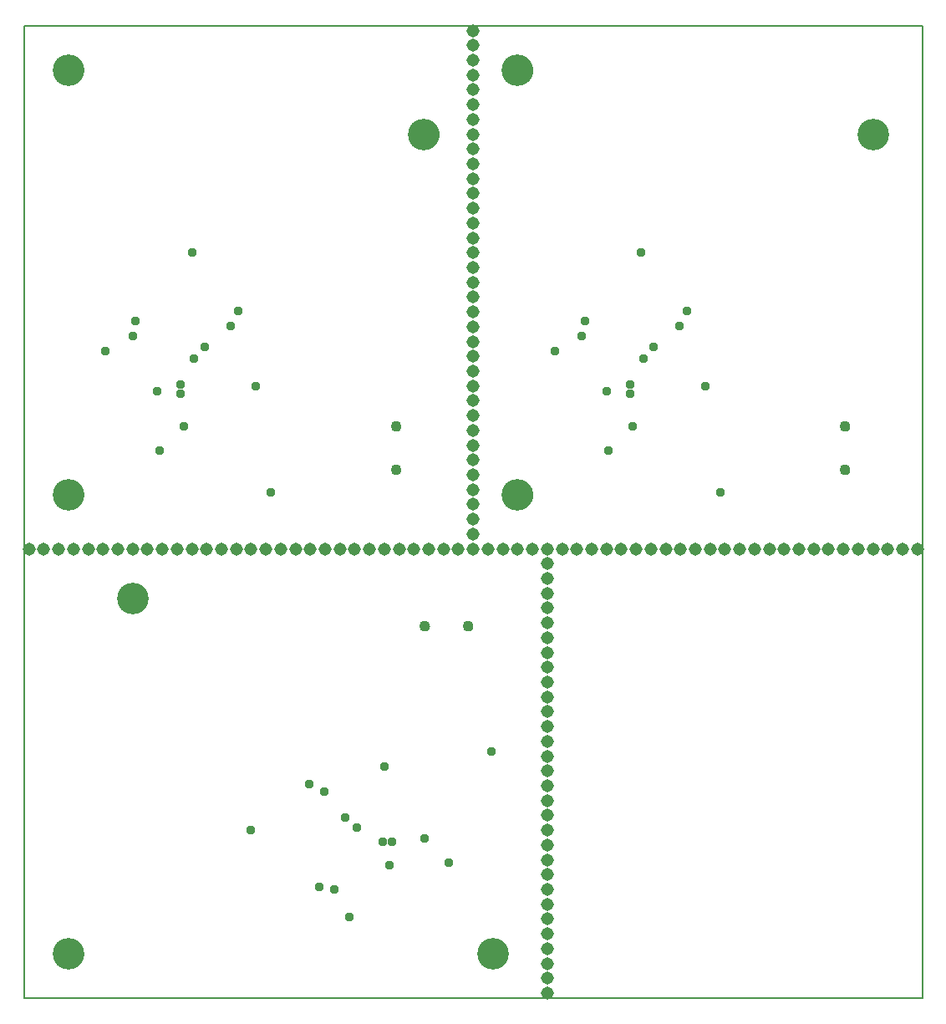
<source format=gbs>
G75*
%MOIN*%
%OFA0B0*%
%FSLAX25Y25*%
%IPPOS*%
%LPD*%
%AMOC8*
5,1,8,0,0,1.08239X$1,22.5*
%
%ADD10C,0.00600*%
%ADD11C,0.00000*%
%ADD12C,0.04343*%
%ADD13C,0.12611*%
%ADD14C,0.03778*%
%ADD15C,0.05156*%
D10*
X0003739Y0003739D02*
X0003739Y0391534D01*
X0362007Y0391534D01*
X0362007Y0003739D01*
X0003739Y0003739D01*
D11*
X0015550Y0021456D02*
X0015552Y0021609D01*
X0015558Y0021763D01*
X0015568Y0021916D01*
X0015582Y0022068D01*
X0015600Y0022221D01*
X0015622Y0022372D01*
X0015647Y0022523D01*
X0015677Y0022674D01*
X0015711Y0022824D01*
X0015748Y0022972D01*
X0015789Y0023120D01*
X0015834Y0023266D01*
X0015883Y0023412D01*
X0015936Y0023556D01*
X0015992Y0023698D01*
X0016052Y0023839D01*
X0016116Y0023979D01*
X0016183Y0024117D01*
X0016254Y0024253D01*
X0016329Y0024387D01*
X0016406Y0024519D01*
X0016488Y0024649D01*
X0016572Y0024777D01*
X0016660Y0024903D01*
X0016751Y0025026D01*
X0016845Y0025147D01*
X0016943Y0025265D01*
X0017043Y0025381D01*
X0017147Y0025494D01*
X0017253Y0025605D01*
X0017362Y0025713D01*
X0017474Y0025818D01*
X0017588Y0025919D01*
X0017706Y0026018D01*
X0017825Y0026114D01*
X0017947Y0026207D01*
X0018072Y0026296D01*
X0018199Y0026383D01*
X0018328Y0026465D01*
X0018459Y0026545D01*
X0018592Y0026621D01*
X0018727Y0026694D01*
X0018864Y0026763D01*
X0019003Y0026828D01*
X0019143Y0026890D01*
X0019285Y0026948D01*
X0019428Y0027003D01*
X0019573Y0027054D01*
X0019719Y0027101D01*
X0019866Y0027144D01*
X0020014Y0027183D01*
X0020163Y0027219D01*
X0020313Y0027250D01*
X0020464Y0027278D01*
X0020615Y0027302D01*
X0020768Y0027322D01*
X0020920Y0027338D01*
X0021073Y0027350D01*
X0021226Y0027358D01*
X0021379Y0027362D01*
X0021533Y0027362D01*
X0021686Y0027358D01*
X0021839Y0027350D01*
X0021992Y0027338D01*
X0022144Y0027322D01*
X0022297Y0027302D01*
X0022448Y0027278D01*
X0022599Y0027250D01*
X0022749Y0027219D01*
X0022898Y0027183D01*
X0023046Y0027144D01*
X0023193Y0027101D01*
X0023339Y0027054D01*
X0023484Y0027003D01*
X0023627Y0026948D01*
X0023769Y0026890D01*
X0023909Y0026828D01*
X0024048Y0026763D01*
X0024185Y0026694D01*
X0024320Y0026621D01*
X0024453Y0026545D01*
X0024584Y0026465D01*
X0024713Y0026383D01*
X0024840Y0026296D01*
X0024965Y0026207D01*
X0025087Y0026114D01*
X0025206Y0026018D01*
X0025324Y0025919D01*
X0025438Y0025818D01*
X0025550Y0025713D01*
X0025659Y0025605D01*
X0025765Y0025494D01*
X0025869Y0025381D01*
X0025969Y0025265D01*
X0026067Y0025147D01*
X0026161Y0025026D01*
X0026252Y0024903D01*
X0026340Y0024777D01*
X0026424Y0024649D01*
X0026506Y0024519D01*
X0026583Y0024387D01*
X0026658Y0024253D01*
X0026729Y0024117D01*
X0026796Y0023979D01*
X0026860Y0023839D01*
X0026920Y0023698D01*
X0026976Y0023556D01*
X0027029Y0023412D01*
X0027078Y0023266D01*
X0027123Y0023120D01*
X0027164Y0022972D01*
X0027201Y0022824D01*
X0027235Y0022674D01*
X0027265Y0022523D01*
X0027290Y0022372D01*
X0027312Y0022221D01*
X0027330Y0022068D01*
X0027344Y0021916D01*
X0027354Y0021763D01*
X0027360Y0021609D01*
X0027362Y0021456D01*
X0027360Y0021303D01*
X0027354Y0021149D01*
X0027344Y0020996D01*
X0027330Y0020844D01*
X0027312Y0020691D01*
X0027290Y0020540D01*
X0027265Y0020389D01*
X0027235Y0020238D01*
X0027201Y0020088D01*
X0027164Y0019940D01*
X0027123Y0019792D01*
X0027078Y0019646D01*
X0027029Y0019500D01*
X0026976Y0019356D01*
X0026920Y0019214D01*
X0026860Y0019073D01*
X0026796Y0018933D01*
X0026729Y0018795D01*
X0026658Y0018659D01*
X0026583Y0018525D01*
X0026506Y0018393D01*
X0026424Y0018263D01*
X0026340Y0018135D01*
X0026252Y0018009D01*
X0026161Y0017886D01*
X0026067Y0017765D01*
X0025969Y0017647D01*
X0025869Y0017531D01*
X0025765Y0017418D01*
X0025659Y0017307D01*
X0025550Y0017199D01*
X0025438Y0017094D01*
X0025324Y0016993D01*
X0025206Y0016894D01*
X0025087Y0016798D01*
X0024965Y0016705D01*
X0024840Y0016616D01*
X0024713Y0016529D01*
X0024584Y0016447D01*
X0024453Y0016367D01*
X0024320Y0016291D01*
X0024185Y0016218D01*
X0024048Y0016149D01*
X0023909Y0016084D01*
X0023769Y0016022D01*
X0023627Y0015964D01*
X0023484Y0015909D01*
X0023339Y0015858D01*
X0023193Y0015811D01*
X0023046Y0015768D01*
X0022898Y0015729D01*
X0022749Y0015693D01*
X0022599Y0015662D01*
X0022448Y0015634D01*
X0022297Y0015610D01*
X0022144Y0015590D01*
X0021992Y0015574D01*
X0021839Y0015562D01*
X0021686Y0015554D01*
X0021533Y0015550D01*
X0021379Y0015550D01*
X0021226Y0015554D01*
X0021073Y0015562D01*
X0020920Y0015574D01*
X0020768Y0015590D01*
X0020615Y0015610D01*
X0020464Y0015634D01*
X0020313Y0015662D01*
X0020163Y0015693D01*
X0020014Y0015729D01*
X0019866Y0015768D01*
X0019719Y0015811D01*
X0019573Y0015858D01*
X0019428Y0015909D01*
X0019285Y0015964D01*
X0019143Y0016022D01*
X0019003Y0016084D01*
X0018864Y0016149D01*
X0018727Y0016218D01*
X0018592Y0016291D01*
X0018459Y0016367D01*
X0018328Y0016447D01*
X0018199Y0016529D01*
X0018072Y0016616D01*
X0017947Y0016705D01*
X0017825Y0016798D01*
X0017706Y0016894D01*
X0017588Y0016993D01*
X0017474Y0017094D01*
X0017362Y0017199D01*
X0017253Y0017307D01*
X0017147Y0017418D01*
X0017043Y0017531D01*
X0016943Y0017647D01*
X0016845Y0017765D01*
X0016751Y0017886D01*
X0016660Y0018009D01*
X0016572Y0018135D01*
X0016488Y0018263D01*
X0016406Y0018393D01*
X0016329Y0018525D01*
X0016254Y0018659D01*
X0016183Y0018795D01*
X0016116Y0018933D01*
X0016052Y0019073D01*
X0015992Y0019214D01*
X0015936Y0019356D01*
X0015883Y0019500D01*
X0015834Y0019646D01*
X0015789Y0019792D01*
X0015748Y0019940D01*
X0015711Y0020088D01*
X0015677Y0020238D01*
X0015647Y0020389D01*
X0015622Y0020540D01*
X0015600Y0020691D01*
X0015582Y0020844D01*
X0015568Y0020996D01*
X0015558Y0021149D01*
X0015552Y0021303D01*
X0015550Y0021456D01*
X0041140Y0163188D02*
X0041142Y0163341D01*
X0041148Y0163495D01*
X0041158Y0163648D01*
X0041172Y0163800D01*
X0041190Y0163953D01*
X0041212Y0164104D01*
X0041237Y0164255D01*
X0041267Y0164406D01*
X0041301Y0164556D01*
X0041338Y0164704D01*
X0041379Y0164852D01*
X0041424Y0164998D01*
X0041473Y0165144D01*
X0041526Y0165288D01*
X0041582Y0165430D01*
X0041642Y0165571D01*
X0041706Y0165711D01*
X0041773Y0165849D01*
X0041844Y0165985D01*
X0041919Y0166119D01*
X0041996Y0166251D01*
X0042078Y0166381D01*
X0042162Y0166509D01*
X0042250Y0166635D01*
X0042341Y0166758D01*
X0042435Y0166879D01*
X0042533Y0166997D01*
X0042633Y0167113D01*
X0042737Y0167226D01*
X0042843Y0167337D01*
X0042952Y0167445D01*
X0043064Y0167550D01*
X0043178Y0167651D01*
X0043296Y0167750D01*
X0043415Y0167846D01*
X0043537Y0167939D01*
X0043662Y0168028D01*
X0043789Y0168115D01*
X0043918Y0168197D01*
X0044049Y0168277D01*
X0044182Y0168353D01*
X0044317Y0168426D01*
X0044454Y0168495D01*
X0044593Y0168560D01*
X0044733Y0168622D01*
X0044875Y0168680D01*
X0045018Y0168735D01*
X0045163Y0168786D01*
X0045309Y0168833D01*
X0045456Y0168876D01*
X0045604Y0168915D01*
X0045753Y0168951D01*
X0045903Y0168982D01*
X0046054Y0169010D01*
X0046205Y0169034D01*
X0046358Y0169054D01*
X0046510Y0169070D01*
X0046663Y0169082D01*
X0046816Y0169090D01*
X0046969Y0169094D01*
X0047123Y0169094D01*
X0047276Y0169090D01*
X0047429Y0169082D01*
X0047582Y0169070D01*
X0047734Y0169054D01*
X0047887Y0169034D01*
X0048038Y0169010D01*
X0048189Y0168982D01*
X0048339Y0168951D01*
X0048488Y0168915D01*
X0048636Y0168876D01*
X0048783Y0168833D01*
X0048929Y0168786D01*
X0049074Y0168735D01*
X0049217Y0168680D01*
X0049359Y0168622D01*
X0049499Y0168560D01*
X0049638Y0168495D01*
X0049775Y0168426D01*
X0049910Y0168353D01*
X0050043Y0168277D01*
X0050174Y0168197D01*
X0050303Y0168115D01*
X0050430Y0168028D01*
X0050555Y0167939D01*
X0050677Y0167846D01*
X0050796Y0167750D01*
X0050914Y0167651D01*
X0051028Y0167550D01*
X0051140Y0167445D01*
X0051249Y0167337D01*
X0051355Y0167226D01*
X0051459Y0167113D01*
X0051559Y0166997D01*
X0051657Y0166879D01*
X0051751Y0166758D01*
X0051842Y0166635D01*
X0051930Y0166509D01*
X0052014Y0166381D01*
X0052096Y0166251D01*
X0052173Y0166119D01*
X0052248Y0165985D01*
X0052319Y0165849D01*
X0052386Y0165711D01*
X0052450Y0165571D01*
X0052510Y0165430D01*
X0052566Y0165288D01*
X0052619Y0165144D01*
X0052668Y0164998D01*
X0052713Y0164852D01*
X0052754Y0164704D01*
X0052791Y0164556D01*
X0052825Y0164406D01*
X0052855Y0164255D01*
X0052880Y0164104D01*
X0052902Y0163953D01*
X0052920Y0163800D01*
X0052934Y0163648D01*
X0052944Y0163495D01*
X0052950Y0163341D01*
X0052952Y0163188D01*
X0052950Y0163035D01*
X0052944Y0162881D01*
X0052934Y0162728D01*
X0052920Y0162576D01*
X0052902Y0162423D01*
X0052880Y0162272D01*
X0052855Y0162121D01*
X0052825Y0161970D01*
X0052791Y0161820D01*
X0052754Y0161672D01*
X0052713Y0161524D01*
X0052668Y0161378D01*
X0052619Y0161232D01*
X0052566Y0161088D01*
X0052510Y0160946D01*
X0052450Y0160805D01*
X0052386Y0160665D01*
X0052319Y0160527D01*
X0052248Y0160391D01*
X0052173Y0160257D01*
X0052096Y0160125D01*
X0052014Y0159995D01*
X0051930Y0159867D01*
X0051842Y0159741D01*
X0051751Y0159618D01*
X0051657Y0159497D01*
X0051559Y0159379D01*
X0051459Y0159263D01*
X0051355Y0159150D01*
X0051249Y0159039D01*
X0051140Y0158931D01*
X0051028Y0158826D01*
X0050914Y0158725D01*
X0050796Y0158626D01*
X0050677Y0158530D01*
X0050555Y0158437D01*
X0050430Y0158348D01*
X0050303Y0158261D01*
X0050174Y0158179D01*
X0050043Y0158099D01*
X0049910Y0158023D01*
X0049775Y0157950D01*
X0049638Y0157881D01*
X0049499Y0157816D01*
X0049359Y0157754D01*
X0049217Y0157696D01*
X0049074Y0157641D01*
X0048929Y0157590D01*
X0048783Y0157543D01*
X0048636Y0157500D01*
X0048488Y0157461D01*
X0048339Y0157425D01*
X0048189Y0157394D01*
X0048038Y0157366D01*
X0047887Y0157342D01*
X0047734Y0157322D01*
X0047582Y0157306D01*
X0047429Y0157294D01*
X0047276Y0157286D01*
X0047123Y0157282D01*
X0046969Y0157282D01*
X0046816Y0157286D01*
X0046663Y0157294D01*
X0046510Y0157306D01*
X0046358Y0157322D01*
X0046205Y0157342D01*
X0046054Y0157366D01*
X0045903Y0157394D01*
X0045753Y0157425D01*
X0045604Y0157461D01*
X0045456Y0157500D01*
X0045309Y0157543D01*
X0045163Y0157590D01*
X0045018Y0157641D01*
X0044875Y0157696D01*
X0044733Y0157754D01*
X0044593Y0157816D01*
X0044454Y0157881D01*
X0044317Y0157950D01*
X0044182Y0158023D01*
X0044049Y0158099D01*
X0043918Y0158179D01*
X0043789Y0158261D01*
X0043662Y0158348D01*
X0043537Y0158437D01*
X0043415Y0158530D01*
X0043296Y0158626D01*
X0043178Y0158725D01*
X0043064Y0158826D01*
X0042952Y0158931D01*
X0042843Y0159039D01*
X0042737Y0159150D01*
X0042633Y0159263D01*
X0042533Y0159379D01*
X0042435Y0159497D01*
X0042341Y0159618D01*
X0042250Y0159741D01*
X0042162Y0159867D01*
X0042078Y0159995D01*
X0041996Y0160125D01*
X0041919Y0160257D01*
X0041844Y0160391D01*
X0041773Y0160527D01*
X0041706Y0160665D01*
X0041642Y0160805D01*
X0041582Y0160946D01*
X0041526Y0161088D01*
X0041473Y0161232D01*
X0041424Y0161378D01*
X0041379Y0161524D01*
X0041338Y0161672D01*
X0041301Y0161820D01*
X0041267Y0161970D01*
X0041237Y0162121D01*
X0041212Y0162272D01*
X0041190Y0162423D01*
X0041172Y0162576D01*
X0041158Y0162728D01*
X0041148Y0162881D01*
X0041142Y0163035D01*
X0041140Y0163188D01*
X0015550Y0204526D02*
X0015552Y0204679D01*
X0015558Y0204833D01*
X0015568Y0204986D01*
X0015582Y0205138D01*
X0015600Y0205291D01*
X0015622Y0205442D01*
X0015647Y0205593D01*
X0015677Y0205744D01*
X0015711Y0205894D01*
X0015748Y0206042D01*
X0015789Y0206190D01*
X0015834Y0206336D01*
X0015883Y0206482D01*
X0015936Y0206626D01*
X0015992Y0206768D01*
X0016052Y0206909D01*
X0016116Y0207049D01*
X0016183Y0207187D01*
X0016254Y0207323D01*
X0016329Y0207457D01*
X0016406Y0207589D01*
X0016488Y0207719D01*
X0016572Y0207847D01*
X0016660Y0207973D01*
X0016751Y0208096D01*
X0016845Y0208217D01*
X0016943Y0208335D01*
X0017043Y0208451D01*
X0017147Y0208564D01*
X0017253Y0208675D01*
X0017362Y0208783D01*
X0017474Y0208888D01*
X0017588Y0208989D01*
X0017706Y0209088D01*
X0017825Y0209184D01*
X0017947Y0209277D01*
X0018072Y0209366D01*
X0018199Y0209453D01*
X0018328Y0209535D01*
X0018459Y0209615D01*
X0018592Y0209691D01*
X0018727Y0209764D01*
X0018864Y0209833D01*
X0019003Y0209898D01*
X0019143Y0209960D01*
X0019285Y0210018D01*
X0019428Y0210073D01*
X0019573Y0210124D01*
X0019719Y0210171D01*
X0019866Y0210214D01*
X0020014Y0210253D01*
X0020163Y0210289D01*
X0020313Y0210320D01*
X0020464Y0210348D01*
X0020615Y0210372D01*
X0020768Y0210392D01*
X0020920Y0210408D01*
X0021073Y0210420D01*
X0021226Y0210428D01*
X0021379Y0210432D01*
X0021533Y0210432D01*
X0021686Y0210428D01*
X0021839Y0210420D01*
X0021992Y0210408D01*
X0022144Y0210392D01*
X0022297Y0210372D01*
X0022448Y0210348D01*
X0022599Y0210320D01*
X0022749Y0210289D01*
X0022898Y0210253D01*
X0023046Y0210214D01*
X0023193Y0210171D01*
X0023339Y0210124D01*
X0023484Y0210073D01*
X0023627Y0210018D01*
X0023769Y0209960D01*
X0023909Y0209898D01*
X0024048Y0209833D01*
X0024185Y0209764D01*
X0024320Y0209691D01*
X0024453Y0209615D01*
X0024584Y0209535D01*
X0024713Y0209453D01*
X0024840Y0209366D01*
X0024965Y0209277D01*
X0025087Y0209184D01*
X0025206Y0209088D01*
X0025324Y0208989D01*
X0025438Y0208888D01*
X0025550Y0208783D01*
X0025659Y0208675D01*
X0025765Y0208564D01*
X0025869Y0208451D01*
X0025969Y0208335D01*
X0026067Y0208217D01*
X0026161Y0208096D01*
X0026252Y0207973D01*
X0026340Y0207847D01*
X0026424Y0207719D01*
X0026506Y0207589D01*
X0026583Y0207457D01*
X0026658Y0207323D01*
X0026729Y0207187D01*
X0026796Y0207049D01*
X0026860Y0206909D01*
X0026920Y0206768D01*
X0026976Y0206626D01*
X0027029Y0206482D01*
X0027078Y0206336D01*
X0027123Y0206190D01*
X0027164Y0206042D01*
X0027201Y0205894D01*
X0027235Y0205744D01*
X0027265Y0205593D01*
X0027290Y0205442D01*
X0027312Y0205291D01*
X0027330Y0205138D01*
X0027344Y0204986D01*
X0027354Y0204833D01*
X0027360Y0204679D01*
X0027362Y0204526D01*
X0027360Y0204373D01*
X0027354Y0204219D01*
X0027344Y0204066D01*
X0027330Y0203914D01*
X0027312Y0203761D01*
X0027290Y0203610D01*
X0027265Y0203459D01*
X0027235Y0203308D01*
X0027201Y0203158D01*
X0027164Y0203010D01*
X0027123Y0202862D01*
X0027078Y0202716D01*
X0027029Y0202570D01*
X0026976Y0202426D01*
X0026920Y0202284D01*
X0026860Y0202143D01*
X0026796Y0202003D01*
X0026729Y0201865D01*
X0026658Y0201729D01*
X0026583Y0201595D01*
X0026506Y0201463D01*
X0026424Y0201333D01*
X0026340Y0201205D01*
X0026252Y0201079D01*
X0026161Y0200956D01*
X0026067Y0200835D01*
X0025969Y0200717D01*
X0025869Y0200601D01*
X0025765Y0200488D01*
X0025659Y0200377D01*
X0025550Y0200269D01*
X0025438Y0200164D01*
X0025324Y0200063D01*
X0025206Y0199964D01*
X0025087Y0199868D01*
X0024965Y0199775D01*
X0024840Y0199686D01*
X0024713Y0199599D01*
X0024584Y0199517D01*
X0024453Y0199437D01*
X0024320Y0199361D01*
X0024185Y0199288D01*
X0024048Y0199219D01*
X0023909Y0199154D01*
X0023769Y0199092D01*
X0023627Y0199034D01*
X0023484Y0198979D01*
X0023339Y0198928D01*
X0023193Y0198881D01*
X0023046Y0198838D01*
X0022898Y0198799D01*
X0022749Y0198763D01*
X0022599Y0198732D01*
X0022448Y0198704D01*
X0022297Y0198680D01*
X0022144Y0198660D01*
X0021992Y0198644D01*
X0021839Y0198632D01*
X0021686Y0198624D01*
X0021533Y0198620D01*
X0021379Y0198620D01*
X0021226Y0198624D01*
X0021073Y0198632D01*
X0020920Y0198644D01*
X0020768Y0198660D01*
X0020615Y0198680D01*
X0020464Y0198704D01*
X0020313Y0198732D01*
X0020163Y0198763D01*
X0020014Y0198799D01*
X0019866Y0198838D01*
X0019719Y0198881D01*
X0019573Y0198928D01*
X0019428Y0198979D01*
X0019285Y0199034D01*
X0019143Y0199092D01*
X0019003Y0199154D01*
X0018864Y0199219D01*
X0018727Y0199288D01*
X0018592Y0199361D01*
X0018459Y0199437D01*
X0018328Y0199517D01*
X0018199Y0199599D01*
X0018072Y0199686D01*
X0017947Y0199775D01*
X0017825Y0199868D01*
X0017706Y0199964D01*
X0017588Y0200063D01*
X0017474Y0200164D01*
X0017362Y0200269D01*
X0017253Y0200377D01*
X0017147Y0200488D01*
X0017043Y0200601D01*
X0016943Y0200717D01*
X0016845Y0200835D01*
X0016751Y0200956D01*
X0016660Y0201079D01*
X0016572Y0201205D01*
X0016488Y0201333D01*
X0016406Y0201463D01*
X0016329Y0201595D01*
X0016254Y0201729D01*
X0016183Y0201865D01*
X0016116Y0202003D01*
X0016052Y0202143D01*
X0015992Y0202284D01*
X0015936Y0202426D01*
X0015883Y0202570D01*
X0015834Y0202716D01*
X0015789Y0202862D01*
X0015748Y0203010D01*
X0015711Y0203158D01*
X0015677Y0203308D01*
X0015647Y0203459D01*
X0015622Y0203610D01*
X0015600Y0203761D01*
X0015582Y0203914D01*
X0015568Y0204066D01*
X0015558Y0204219D01*
X0015552Y0204373D01*
X0015550Y0204526D01*
X0150274Y0214408D02*
X0150276Y0214492D01*
X0150282Y0214575D01*
X0150292Y0214658D01*
X0150306Y0214741D01*
X0150323Y0214823D01*
X0150345Y0214904D01*
X0150370Y0214983D01*
X0150399Y0215062D01*
X0150432Y0215139D01*
X0150468Y0215214D01*
X0150508Y0215288D01*
X0150551Y0215360D01*
X0150598Y0215429D01*
X0150648Y0215496D01*
X0150701Y0215561D01*
X0150757Y0215623D01*
X0150815Y0215683D01*
X0150877Y0215740D01*
X0150941Y0215793D01*
X0151008Y0215844D01*
X0151077Y0215891D01*
X0151148Y0215936D01*
X0151221Y0215976D01*
X0151296Y0216013D01*
X0151373Y0216047D01*
X0151451Y0216077D01*
X0151530Y0216103D01*
X0151611Y0216126D01*
X0151693Y0216144D01*
X0151775Y0216159D01*
X0151858Y0216170D01*
X0151941Y0216177D01*
X0152025Y0216180D01*
X0152109Y0216179D01*
X0152192Y0216174D01*
X0152276Y0216165D01*
X0152358Y0216152D01*
X0152440Y0216136D01*
X0152521Y0216115D01*
X0152602Y0216091D01*
X0152680Y0216063D01*
X0152758Y0216031D01*
X0152834Y0215995D01*
X0152908Y0215956D01*
X0152980Y0215914D01*
X0153050Y0215868D01*
X0153118Y0215819D01*
X0153183Y0215767D01*
X0153246Y0215712D01*
X0153306Y0215654D01*
X0153364Y0215593D01*
X0153418Y0215529D01*
X0153470Y0215463D01*
X0153518Y0215395D01*
X0153563Y0215324D01*
X0153604Y0215251D01*
X0153643Y0215177D01*
X0153677Y0215101D01*
X0153708Y0215023D01*
X0153735Y0214944D01*
X0153759Y0214863D01*
X0153778Y0214782D01*
X0153794Y0214700D01*
X0153806Y0214617D01*
X0153814Y0214533D01*
X0153818Y0214450D01*
X0153818Y0214366D01*
X0153814Y0214283D01*
X0153806Y0214199D01*
X0153794Y0214116D01*
X0153778Y0214034D01*
X0153759Y0213953D01*
X0153735Y0213872D01*
X0153708Y0213793D01*
X0153677Y0213715D01*
X0153643Y0213639D01*
X0153604Y0213565D01*
X0153563Y0213492D01*
X0153518Y0213421D01*
X0153470Y0213353D01*
X0153418Y0213287D01*
X0153364Y0213223D01*
X0153306Y0213162D01*
X0153246Y0213104D01*
X0153183Y0213049D01*
X0153118Y0212997D01*
X0153050Y0212948D01*
X0152980Y0212902D01*
X0152908Y0212860D01*
X0152834Y0212821D01*
X0152758Y0212785D01*
X0152680Y0212753D01*
X0152602Y0212725D01*
X0152521Y0212701D01*
X0152440Y0212680D01*
X0152358Y0212664D01*
X0152276Y0212651D01*
X0152192Y0212642D01*
X0152109Y0212637D01*
X0152025Y0212636D01*
X0151941Y0212639D01*
X0151858Y0212646D01*
X0151775Y0212657D01*
X0151693Y0212672D01*
X0151611Y0212690D01*
X0151530Y0212713D01*
X0151451Y0212739D01*
X0151373Y0212769D01*
X0151296Y0212803D01*
X0151221Y0212840D01*
X0151148Y0212880D01*
X0151077Y0212925D01*
X0151008Y0212972D01*
X0150941Y0213023D01*
X0150877Y0213076D01*
X0150815Y0213133D01*
X0150757Y0213193D01*
X0150701Y0213255D01*
X0150648Y0213320D01*
X0150598Y0213387D01*
X0150551Y0213456D01*
X0150508Y0213528D01*
X0150468Y0213602D01*
X0150432Y0213677D01*
X0150399Y0213754D01*
X0150370Y0213833D01*
X0150345Y0213912D01*
X0150323Y0213993D01*
X0150306Y0214075D01*
X0150292Y0214158D01*
X0150282Y0214241D01*
X0150276Y0214324D01*
X0150274Y0214408D01*
X0150274Y0231731D02*
X0150276Y0231815D01*
X0150282Y0231898D01*
X0150292Y0231981D01*
X0150306Y0232064D01*
X0150323Y0232146D01*
X0150345Y0232227D01*
X0150370Y0232306D01*
X0150399Y0232385D01*
X0150432Y0232462D01*
X0150468Y0232537D01*
X0150508Y0232611D01*
X0150551Y0232683D01*
X0150598Y0232752D01*
X0150648Y0232819D01*
X0150701Y0232884D01*
X0150757Y0232946D01*
X0150815Y0233006D01*
X0150877Y0233063D01*
X0150941Y0233116D01*
X0151008Y0233167D01*
X0151077Y0233214D01*
X0151148Y0233259D01*
X0151221Y0233299D01*
X0151296Y0233336D01*
X0151373Y0233370D01*
X0151451Y0233400D01*
X0151530Y0233426D01*
X0151611Y0233449D01*
X0151693Y0233467D01*
X0151775Y0233482D01*
X0151858Y0233493D01*
X0151941Y0233500D01*
X0152025Y0233503D01*
X0152109Y0233502D01*
X0152192Y0233497D01*
X0152276Y0233488D01*
X0152358Y0233475D01*
X0152440Y0233459D01*
X0152521Y0233438D01*
X0152602Y0233414D01*
X0152680Y0233386D01*
X0152758Y0233354D01*
X0152834Y0233318D01*
X0152908Y0233279D01*
X0152980Y0233237D01*
X0153050Y0233191D01*
X0153118Y0233142D01*
X0153183Y0233090D01*
X0153246Y0233035D01*
X0153306Y0232977D01*
X0153364Y0232916D01*
X0153418Y0232852D01*
X0153470Y0232786D01*
X0153518Y0232718D01*
X0153563Y0232647D01*
X0153604Y0232574D01*
X0153643Y0232500D01*
X0153677Y0232424D01*
X0153708Y0232346D01*
X0153735Y0232267D01*
X0153759Y0232186D01*
X0153778Y0232105D01*
X0153794Y0232023D01*
X0153806Y0231940D01*
X0153814Y0231856D01*
X0153818Y0231773D01*
X0153818Y0231689D01*
X0153814Y0231606D01*
X0153806Y0231522D01*
X0153794Y0231439D01*
X0153778Y0231357D01*
X0153759Y0231276D01*
X0153735Y0231195D01*
X0153708Y0231116D01*
X0153677Y0231038D01*
X0153643Y0230962D01*
X0153604Y0230888D01*
X0153563Y0230815D01*
X0153518Y0230744D01*
X0153470Y0230676D01*
X0153418Y0230610D01*
X0153364Y0230546D01*
X0153306Y0230485D01*
X0153246Y0230427D01*
X0153183Y0230372D01*
X0153118Y0230320D01*
X0153050Y0230271D01*
X0152980Y0230225D01*
X0152908Y0230183D01*
X0152834Y0230144D01*
X0152758Y0230108D01*
X0152680Y0230076D01*
X0152602Y0230048D01*
X0152521Y0230024D01*
X0152440Y0230003D01*
X0152358Y0229987D01*
X0152276Y0229974D01*
X0152192Y0229965D01*
X0152109Y0229960D01*
X0152025Y0229959D01*
X0151941Y0229962D01*
X0151858Y0229969D01*
X0151775Y0229980D01*
X0151693Y0229995D01*
X0151611Y0230013D01*
X0151530Y0230036D01*
X0151451Y0230062D01*
X0151373Y0230092D01*
X0151296Y0230126D01*
X0151221Y0230163D01*
X0151148Y0230203D01*
X0151077Y0230248D01*
X0151008Y0230295D01*
X0150941Y0230346D01*
X0150877Y0230399D01*
X0150815Y0230456D01*
X0150757Y0230516D01*
X0150701Y0230578D01*
X0150648Y0230643D01*
X0150598Y0230710D01*
X0150551Y0230779D01*
X0150508Y0230851D01*
X0150468Y0230925D01*
X0150432Y0231000D01*
X0150399Y0231077D01*
X0150370Y0231156D01*
X0150345Y0231235D01*
X0150323Y0231316D01*
X0150306Y0231398D01*
X0150292Y0231481D01*
X0150282Y0231564D01*
X0150276Y0231647D01*
X0150274Y0231731D01*
X0194683Y0204526D02*
X0194685Y0204679D01*
X0194691Y0204833D01*
X0194701Y0204986D01*
X0194715Y0205138D01*
X0194733Y0205291D01*
X0194755Y0205442D01*
X0194780Y0205593D01*
X0194810Y0205744D01*
X0194844Y0205894D01*
X0194881Y0206042D01*
X0194922Y0206190D01*
X0194967Y0206336D01*
X0195016Y0206482D01*
X0195069Y0206626D01*
X0195125Y0206768D01*
X0195185Y0206909D01*
X0195249Y0207049D01*
X0195316Y0207187D01*
X0195387Y0207323D01*
X0195462Y0207457D01*
X0195539Y0207589D01*
X0195621Y0207719D01*
X0195705Y0207847D01*
X0195793Y0207973D01*
X0195884Y0208096D01*
X0195978Y0208217D01*
X0196076Y0208335D01*
X0196176Y0208451D01*
X0196280Y0208564D01*
X0196386Y0208675D01*
X0196495Y0208783D01*
X0196607Y0208888D01*
X0196721Y0208989D01*
X0196839Y0209088D01*
X0196958Y0209184D01*
X0197080Y0209277D01*
X0197205Y0209366D01*
X0197332Y0209453D01*
X0197461Y0209535D01*
X0197592Y0209615D01*
X0197725Y0209691D01*
X0197860Y0209764D01*
X0197997Y0209833D01*
X0198136Y0209898D01*
X0198276Y0209960D01*
X0198418Y0210018D01*
X0198561Y0210073D01*
X0198706Y0210124D01*
X0198852Y0210171D01*
X0198999Y0210214D01*
X0199147Y0210253D01*
X0199296Y0210289D01*
X0199446Y0210320D01*
X0199597Y0210348D01*
X0199748Y0210372D01*
X0199901Y0210392D01*
X0200053Y0210408D01*
X0200206Y0210420D01*
X0200359Y0210428D01*
X0200512Y0210432D01*
X0200666Y0210432D01*
X0200819Y0210428D01*
X0200972Y0210420D01*
X0201125Y0210408D01*
X0201277Y0210392D01*
X0201430Y0210372D01*
X0201581Y0210348D01*
X0201732Y0210320D01*
X0201882Y0210289D01*
X0202031Y0210253D01*
X0202179Y0210214D01*
X0202326Y0210171D01*
X0202472Y0210124D01*
X0202617Y0210073D01*
X0202760Y0210018D01*
X0202902Y0209960D01*
X0203042Y0209898D01*
X0203181Y0209833D01*
X0203318Y0209764D01*
X0203453Y0209691D01*
X0203586Y0209615D01*
X0203717Y0209535D01*
X0203846Y0209453D01*
X0203973Y0209366D01*
X0204098Y0209277D01*
X0204220Y0209184D01*
X0204339Y0209088D01*
X0204457Y0208989D01*
X0204571Y0208888D01*
X0204683Y0208783D01*
X0204792Y0208675D01*
X0204898Y0208564D01*
X0205002Y0208451D01*
X0205102Y0208335D01*
X0205200Y0208217D01*
X0205294Y0208096D01*
X0205385Y0207973D01*
X0205473Y0207847D01*
X0205557Y0207719D01*
X0205639Y0207589D01*
X0205716Y0207457D01*
X0205791Y0207323D01*
X0205862Y0207187D01*
X0205929Y0207049D01*
X0205993Y0206909D01*
X0206053Y0206768D01*
X0206109Y0206626D01*
X0206162Y0206482D01*
X0206211Y0206336D01*
X0206256Y0206190D01*
X0206297Y0206042D01*
X0206334Y0205894D01*
X0206368Y0205744D01*
X0206398Y0205593D01*
X0206423Y0205442D01*
X0206445Y0205291D01*
X0206463Y0205138D01*
X0206477Y0204986D01*
X0206487Y0204833D01*
X0206493Y0204679D01*
X0206495Y0204526D01*
X0206493Y0204373D01*
X0206487Y0204219D01*
X0206477Y0204066D01*
X0206463Y0203914D01*
X0206445Y0203761D01*
X0206423Y0203610D01*
X0206398Y0203459D01*
X0206368Y0203308D01*
X0206334Y0203158D01*
X0206297Y0203010D01*
X0206256Y0202862D01*
X0206211Y0202716D01*
X0206162Y0202570D01*
X0206109Y0202426D01*
X0206053Y0202284D01*
X0205993Y0202143D01*
X0205929Y0202003D01*
X0205862Y0201865D01*
X0205791Y0201729D01*
X0205716Y0201595D01*
X0205639Y0201463D01*
X0205557Y0201333D01*
X0205473Y0201205D01*
X0205385Y0201079D01*
X0205294Y0200956D01*
X0205200Y0200835D01*
X0205102Y0200717D01*
X0205002Y0200601D01*
X0204898Y0200488D01*
X0204792Y0200377D01*
X0204683Y0200269D01*
X0204571Y0200164D01*
X0204457Y0200063D01*
X0204339Y0199964D01*
X0204220Y0199868D01*
X0204098Y0199775D01*
X0203973Y0199686D01*
X0203846Y0199599D01*
X0203717Y0199517D01*
X0203586Y0199437D01*
X0203453Y0199361D01*
X0203318Y0199288D01*
X0203181Y0199219D01*
X0203042Y0199154D01*
X0202902Y0199092D01*
X0202760Y0199034D01*
X0202617Y0198979D01*
X0202472Y0198928D01*
X0202326Y0198881D01*
X0202179Y0198838D01*
X0202031Y0198799D01*
X0201882Y0198763D01*
X0201732Y0198732D01*
X0201581Y0198704D01*
X0201430Y0198680D01*
X0201277Y0198660D01*
X0201125Y0198644D01*
X0200972Y0198632D01*
X0200819Y0198624D01*
X0200666Y0198620D01*
X0200512Y0198620D01*
X0200359Y0198624D01*
X0200206Y0198632D01*
X0200053Y0198644D01*
X0199901Y0198660D01*
X0199748Y0198680D01*
X0199597Y0198704D01*
X0199446Y0198732D01*
X0199296Y0198763D01*
X0199147Y0198799D01*
X0198999Y0198838D01*
X0198852Y0198881D01*
X0198706Y0198928D01*
X0198561Y0198979D01*
X0198418Y0199034D01*
X0198276Y0199092D01*
X0198136Y0199154D01*
X0197997Y0199219D01*
X0197860Y0199288D01*
X0197725Y0199361D01*
X0197592Y0199437D01*
X0197461Y0199517D01*
X0197332Y0199599D01*
X0197205Y0199686D01*
X0197080Y0199775D01*
X0196958Y0199868D01*
X0196839Y0199964D01*
X0196721Y0200063D01*
X0196607Y0200164D01*
X0196495Y0200269D01*
X0196386Y0200377D01*
X0196280Y0200488D01*
X0196176Y0200601D01*
X0196076Y0200717D01*
X0195978Y0200835D01*
X0195884Y0200956D01*
X0195793Y0201079D01*
X0195705Y0201205D01*
X0195621Y0201333D01*
X0195539Y0201463D01*
X0195462Y0201595D01*
X0195387Y0201729D01*
X0195316Y0201865D01*
X0195249Y0202003D01*
X0195185Y0202143D01*
X0195125Y0202284D01*
X0195069Y0202426D01*
X0195016Y0202570D01*
X0194967Y0202716D01*
X0194922Y0202862D01*
X0194881Y0203010D01*
X0194844Y0203158D01*
X0194810Y0203308D01*
X0194780Y0203459D01*
X0194755Y0203610D01*
X0194733Y0203761D01*
X0194715Y0203914D01*
X0194701Y0204066D01*
X0194691Y0204219D01*
X0194685Y0204373D01*
X0194683Y0204526D01*
X0179093Y0152046D02*
X0179095Y0152130D01*
X0179101Y0152213D01*
X0179111Y0152296D01*
X0179125Y0152379D01*
X0179142Y0152461D01*
X0179164Y0152542D01*
X0179189Y0152621D01*
X0179218Y0152700D01*
X0179251Y0152777D01*
X0179287Y0152852D01*
X0179327Y0152926D01*
X0179370Y0152998D01*
X0179417Y0153067D01*
X0179467Y0153134D01*
X0179520Y0153199D01*
X0179576Y0153261D01*
X0179634Y0153321D01*
X0179696Y0153378D01*
X0179760Y0153431D01*
X0179827Y0153482D01*
X0179896Y0153529D01*
X0179967Y0153574D01*
X0180040Y0153614D01*
X0180115Y0153651D01*
X0180192Y0153685D01*
X0180270Y0153715D01*
X0180349Y0153741D01*
X0180430Y0153764D01*
X0180512Y0153782D01*
X0180594Y0153797D01*
X0180677Y0153808D01*
X0180760Y0153815D01*
X0180844Y0153818D01*
X0180928Y0153817D01*
X0181011Y0153812D01*
X0181095Y0153803D01*
X0181177Y0153790D01*
X0181259Y0153774D01*
X0181340Y0153753D01*
X0181421Y0153729D01*
X0181499Y0153701D01*
X0181577Y0153669D01*
X0181653Y0153633D01*
X0181727Y0153594D01*
X0181799Y0153552D01*
X0181869Y0153506D01*
X0181937Y0153457D01*
X0182002Y0153405D01*
X0182065Y0153350D01*
X0182125Y0153292D01*
X0182183Y0153231D01*
X0182237Y0153167D01*
X0182289Y0153101D01*
X0182337Y0153033D01*
X0182382Y0152962D01*
X0182423Y0152889D01*
X0182462Y0152815D01*
X0182496Y0152739D01*
X0182527Y0152661D01*
X0182554Y0152582D01*
X0182578Y0152501D01*
X0182597Y0152420D01*
X0182613Y0152338D01*
X0182625Y0152255D01*
X0182633Y0152171D01*
X0182637Y0152088D01*
X0182637Y0152004D01*
X0182633Y0151921D01*
X0182625Y0151837D01*
X0182613Y0151754D01*
X0182597Y0151672D01*
X0182578Y0151591D01*
X0182554Y0151510D01*
X0182527Y0151431D01*
X0182496Y0151353D01*
X0182462Y0151277D01*
X0182423Y0151203D01*
X0182382Y0151130D01*
X0182337Y0151059D01*
X0182289Y0150991D01*
X0182237Y0150925D01*
X0182183Y0150861D01*
X0182125Y0150800D01*
X0182065Y0150742D01*
X0182002Y0150687D01*
X0181937Y0150635D01*
X0181869Y0150586D01*
X0181799Y0150540D01*
X0181727Y0150498D01*
X0181653Y0150459D01*
X0181577Y0150423D01*
X0181499Y0150391D01*
X0181421Y0150363D01*
X0181340Y0150339D01*
X0181259Y0150318D01*
X0181177Y0150302D01*
X0181095Y0150289D01*
X0181011Y0150280D01*
X0180928Y0150275D01*
X0180844Y0150274D01*
X0180760Y0150277D01*
X0180677Y0150284D01*
X0180594Y0150295D01*
X0180512Y0150310D01*
X0180430Y0150328D01*
X0180349Y0150351D01*
X0180270Y0150377D01*
X0180192Y0150407D01*
X0180115Y0150441D01*
X0180040Y0150478D01*
X0179967Y0150518D01*
X0179896Y0150563D01*
X0179827Y0150610D01*
X0179760Y0150661D01*
X0179696Y0150714D01*
X0179634Y0150771D01*
X0179576Y0150831D01*
X0179520Y0150893D01*
X0179467Y0150958D01*
X0179417Y0151025D01*
X0179370Y0151094D01*
X0179327Y0151166D01*
X0179287Y0151240D01*
X0179251Y0151315D01*
X0179218Y0151392D01*
X0179189Y0151471D01*
X0179164Y0151550D01*
X0179142Y0151631D01*
X0179125Y0151713D01*
X0179111Y0151796D01*
X0179101Y0151879D01*
X0179095Y0151962D01*
X0179093Y0152046D01*
X0161770Y0152046D02*
X0161772Y0152130D01*
X0161778Y0152213D01*
X0161788Y0152296D01*
X0161802Y0152379D01*
X0161819Y0152461D01*
X0161841Y0152542D01*
X0161866Y0152621D01*
X0161895Y0152700D01*
X0161928Y0152777D01*
X0161964Y0152852D01*
X0162004Y0152926D01*
X0162047Y0152998D01*
X0162094Y0153067D01*
X0162144Y0153134D01*
X0162197Y0153199D01*
X0162253Y0153261D01*
X0162311Y0153321D01*
X0162373Y0153378D01*
X0162437Y0153431D01*
X0162504Y0153482D01*
X0162573Y0153529D01*
X0162644Y0153574D01*
X0162717Y0153614D01*
X0162792Y0153651D01*
X0162869Y0153685D01*
X0162947Y0153715D01*
X0163026Y0153741D01*
X0163107Y0153764D01*
X0163189Y0153782D01*
X0163271Y0153797D01*
X0163354Y0153808D01*
X0163437Y0153815D01*
X0163521Y0153818D01*
X0163605Y0153817D01*
X0163688Y0153812D01*
X0163772Y0153803D01*
X0163854Y0153790D01*
X0163936Y0153774D01*
X0164017Y0153753D01*
X0164098Y0153729D01*
X0164176Y0153701D01*
X0164254Y0153669D01*
X0164330Y0153633D01*
X0164404Y0153594D01*
X0164476Y0153552D01*
X0164546Y0153506D01*
X0164614Y0153457D01*
X0164679Y0153405D01*
X0164742Y0153350D01*
X0164802Y0153292D01*
X0164860Y0153231D01*
X0164914Y0153167D01*
X0164966Y0153101D01*
X0165014Y0153033D01*
X0165059Y0152962D01*
X0165100Y0152889D01*
X0165139Y0152815D01*
X0165173Y0152739D01*
X0165204Y0152661D01*
X0165231Y0152582D01*
X0165255Y0152501D01*
X0165274Y0152420D01*
X0165290Y0152338D01*
X0165302Y0152255D01*
X0165310Y0152171D01*
X0165314Y0152088D01*
X0165314Y0152004D01*
X0165310Y0151921D01*
X0165302Y0151837D01*
X0165290Y0151754D01*
X0165274Y0151672D01*
X0165255Y0151591D01*
X0165231Y0151510D01*
X0165204Y0151431D01*
X0165173Y0151353D01*
X0165139Y0151277D01*
X0165100Y0151203D01*
X0165059Y0151130D01*
X0165014Y0151059D01*
X0164966Y0150991D01*
X0164914Y0150925D01*
X0164860Y0150861D01*
X0164802Y0150800D01*
X0164742Y0150742D01*
X0164679Y0150687D01*
X0164614Y0150635D01*
X0164546Y0150586D01*
X0164476Y0150540D01*
X0164404Y0150498D01*
X0164330Y0150459D01*
X0164254Y0150423D01*
X0164176Y0150391D01*
X0164098Y0150363D01*
X0164017Y0150339D01*
X0163936Y0150318D01*
X0163854Y0150302D01*
X0163772Y0150289D01*
X0163688Y0150280D01*
X0163605Y0150275D01*
X0163521Y0150274D01*
X0163437Y0150277D01*
X0163354Y0150284D01*
X0163271Y0150295D01*
X0163189Y0150310D01*
X0163107Y0150328D01*
X0163026Y0150351D01*
X0162947Y0150377D01*
X0162869Y0150407D01*
X0162792Y0150441D01*
X0162717Y0150478D01*
X0162644Y0150518D01*
X0162573Y0150563D01*
X0162504Y0150610D01*
X0162437Y0150661D01*
X0162373Y0150714D01*
X0162311Y0150771D01*
X0162253Y0150831D01*
X0162197Y0150893D01*
X0162144Y0150958D01*
X0162094Y0151025D01*
X0162047Y0151094D01*
X0162004Y0151166D01*
X0161964Y0151240D01*
X0161928Y0151315D01*
X0161895Y0151392D01*
X0161866Y0151471D01*
X0161841Y0151550D01*
X0161819Y0151631D01*
X0161802Y0151713D01*
X0161788Y0151796D01*
X0161778Y0151879D01*
X0161772Y0151962D01*
X0161770Y0152046D01*
X0184841Y0021456D02*
X0184843Y0021609D01*
X0184849Y0021763D01*
X0184859Y0021916D01*
X0184873Y0022068D01*
X0184891Y0022221D01*
X0184913Y0022372D01*
X0184938Y0022523D01*
X0184968Y0022674D01*
X0185002Y0022824D01*
X0185039Y0022972D01*
X0185080Y0023120D01*
X0185125Y0023266D01*
X0185174Y0023412D01*
X0185227Y0023556D01*
X0185283Y0023698D01*
X0185343Y0023839D01*
X0185407Y0023979D01*
X0185474Y0024117D01*
X0185545Y0024253D01*
X0185620Y0024387D01*
X0185697Y0024519D01*
X0185779Y0024649D01*
X0185863Y0024777D01*
X0185951Y0024903D01*
X0186042Y0025026D01*
X0186136Y0025147D01*
X0186234Y0025265D01*
X0186334Y0025381D01*
X0186438Y0025494D01*
X0186544Y0025605D01*
X0186653Y0025713D01*
X0186765Y0025818D01*
X0186879Y0025919D01*
X0186997Y0026018D01*
X0187116Y0026114D01*
X0187238Y0026207D01*
X0187363Y0026296D01*
X0187490Y0026383D01*
X0187619Y0026465D01*
X0187750Y0026545D01*
X0187883Y0026621D01*
X0188018Y0026694D01*
X0188155Y0026763D01*
X0188294Y0026828D01*
X0188434Y0026890D01*
X0188576Y0026948D01*
X0188719Y0027003D01*
X0188864Y0027054D01*
X0189010Y0027101D01*
X0189157Y0027144D01*
X0189305Y0027183D01*
X0189454Y0027219D01*
X0189604Y0027250D01*
X0189755Y0027278D01*
X0189906Y0027302D01*
X0190059Y0027322D01*
X0190211Y0027338D01*
X0190364Y0027350D01*
X0190517Y0027358D01*
X0190670Y0027362D01*
X0190824Y0027362D01*
X0190977Y0027358D01*
X0191130Y0027350D01*
X0191283Y0027338D01*
X0191435Y0027322D01*
X0191588Y0027302D01*
X0191739Y0027278D01*
X0191890Y0027250D01*
X0192040Y0027219D01*
X0192189Y0027183D01*
X0192337Y0027144D01*
X0192484Y0027101D01*
X0192630Y0027054D01*
X0192775Y0027003D01*
X0192918Y0026948D01*
X0193060Y0026890D01*
X0193200Y0026828D01*
X0193339Y0026763D01*
X0193476Y0026694D01*
X0193611Y0026621D01*
X0193744Y0026545D01*
X0193875Y0026465D01*
X0194004Y0026383D01*
X0194131Y0026296D01*
X0194256Y0026207D01*
X0194378Y0026114D01*
X0194497Y0026018D01*
X0194615Y0025919D01*
X0194729Y0025818D01*
X0194841Y0025713D01*
X0194950Y0025605D01*
X0195056Y0025494D01*
X0195160Y0025381D01*
X0195260Y0025265D01*
X0195358Y0025147D01*
X0195452Y0025026D01*
X0195543Y0024903D01*
X0195631Y0024777D01*
X0195715Y0024649D01*
X0195797Y0024519D01*
X0195874Y0024387D01*
X0195949Y0024253D01*
X0196020Y0024117D01*
X0196087Y0023979D01*
X0196151Y0023839D01*
X0196211Y0023698D01*
X0196267Y0023556D01*
X0196320Y0023412D01*
X0196369Y0023266D01*
X0196414Y0023120D01*
X0196455Y0022972D01*
X0196492Y0022824D01*
X0196526Y0022674D01*
X0196556Y0022523D01*
X0196581Y0022372D01*
X0196603Y0022221D01*
X0196621Y0022068D01*
X0196635Y0021916D01*
X0196645Y0021763D01*
X0196651Y0021609D01*
X0196653Y0021456D01*
X0196651Y0021303D01*
X0196645Y0021149D01*
X0196635Y0020996D01*
X0196621Y0020844D01*
X0196603Y0020691D01*
X0196581Y0020540D01*
X0196556Y0020389D01*
X0196526Y0020238D01*
X0196492Y0020088D01*
X0196455Y0019940D01*
X0196414Y0019792D01*
X0196369Y0019646D01*
X0196320Y0019500D01*
X0196267Y0019356D01*
X0196211Y0019214D01*
X0196151Y0019073D01*
X0196087Y0018933D01*
X0196020Y0018795D01*
X0195949Y0018659D01*
X0195874Y0018525D01*
X0195797Y0018393D01*
X0195715Y0018263D01*
X0195631Y0018135D01*
X0195543Y0018009D01*
X0195452Y0017886D01*
X0195358Y0017765D01*
X0195260Y0017647D01*
X0195160Y0017531D01*
X0195056Y0017418D01*
X0194950Y0017307D01*
X0194841Y0017199D01*
X0194729Y0017094D01*
X0194615Y0016993D01*
X0194497Y0016894D01*
X0194378Y0016798D01*
X0194256Y0016705D01*
X0194131Y0016616D01*
X0194004Y0016529D01*
X0193875Y0016447D01*
X0193744Y0016367D01*
X0193611Y0016291D01*
X0193476Y0016218D01*
X0193339Y0016149D01*
X0193200Y0016084D01*
X0193060Y0016022D01*
X0192918Y0015964D01*
X0192775Y0015909D01*
X0192630Y0015858D01*
X0192484Y0015811D01*
X0192337Y0015768D01*
X0192189Y0015729D01*
X0192040Y0015693D01*
X0191890Y0015662D01*
X0191739Y0015634D01*
X0191588Y0015610D01*
X0191435Y0015590D01*
X0191283Y0015574D01*
X0191130Y0015562D01*
X0190977Y0015554D01*
X0190824Y0015550D01*
X0190670Y0015550D01*
X0190517Y0015554D01*
X0190364Y0015562D01*
X0190211Y0015574D01*
X0190059Y0015590D01*
X0189906Y0015610D01*
X0189755Y0015634D01*
X0189604Y0015662D01*
X0189454Y0015693D01*
X0189305Y0015729D01*
X0189157Y0015768D01*
X0189010Y0015811D01*
X0188864Y0015858D01*
X0188719Y0015909D01*
X0188576Y0015964D01*
X0188434Y0016022D01*
X0188294Y0016084D01*
X0188155Y0016149D01*
X0188018Y0016218D01*
X0187883Y0016291D01*
X0187750Y0016367D01*
X0187619Y0016447D01*
X0187490Y0016529D01*
X0187363Y0016616D01*
X0187238Y0016705D01*
X0187116Y0016798D01*
X0186997Y0016894D01*
X0186879Y0016993D01*
X0186765Y0017094D01*
X0186653Y0017199D01*
X0186544Y0017307D01*
X0186438Y0017418D01*
X0186334Y0017531D01*
X0186234Y0017647D01*
X0186136Y0017765D01*
X0186042Y0017886D01*
X0185951Y0018009D01*
X0185863Y0018135D01*
X0185779Y0018263D01*
X0185697Y0018393D01*
X0185620Y0018525D01*
X0185545Y0018659D01*
X0185474Y0018795D01*
X0185407Y0018933D01*
X0185343Y0019073D01*
X0185283Y0019214D01*
X0185227Y0019356D01*
X0185174Y0019500D01*
X0185125Y0019646D01*
X0185080Y0019792D01*
X0185039Y0019940D01*
X0185002Y0020088D01*
X0184968Y0020238D01*
X0184938Y0020389D01*
X0184913Y0020540D01*
X0184891Y0020691D01*
X0184873Y0020844D01*
X0184859Y0020996D01*
X0184849Y0021149D01*
X0184843Y0021303D01*
X0184841Y0021456D01*
X0329408Y0214408D02*
X0329410Y0214492D01*
X0329416Y0214575D01*
X0329426Y0214658D01*
X0329440Y0214741D01*
X0329457Y0214823D01*
X0329479Y0214904D01*
X0329504Y0214983D01*
X0329533Y0215062D01*
X0329566Y0215139D01*
X0329602Y0215214D01*
X0329642Y0215288D01*
X0329685Y0215360D01*
X0329732Y0215429D01*
X0329782Y0215496D01*
X0329835Y0215561D01*
X0329891Y0215623D01*
X0329949Y0215683D01*
X0330011Y0215740D01*
X0330075Y0215793D01*
X0330142Y0215844D01*
X0330211Y0215891D01*
X0330282Y0215936D01*
X0330355Y0215976D01*
X0330430Y0216013D01*
X0330507Y0216047D01*
X0330585Y0216077D01*
X0330664Y0216103D01*
X0330745Y0216126D01*
X0330827Y0216144D01*
X0330909Y0216159D01*
X0330992Y0216170D01*
X0331075Y0216177D01*
X0331159Y0216180D01*
X0331243Y0216179D01*
X0331326Y0216174D01*
X0331410Y0216165D01*
X0331492Y0216152D01*
X0331574Y0216136D01*
X0331655Y0216115D01*
X0331736Y0216091D01*
X0331814Y0216063D01*
X0331892Y0216031D01*
X0331968Y0215995D01*
X0332042Y0215956D01*
X0332114Y0215914D01*
X0332184Y0215868D01*
X0332252Y0215819D01*
X0332317Y0215767D01*
X0332380Y0215712D01*
X0332440Y0215654D01*
X0332498Y0215593D01*
X0332552Y0215529D01*
X0332604Y0215463D01*
X0332652Y0215395D01*
X0332697Y0215324D01*
X0332738Y0215251D01*
X0332777Y0215177D01*
X0332811Y0215101D01*
X0332842Y0215023D01*
X0332869Y0214944D01*
X0332893Y0214863D01*
X0332912Y0214782D01*
X0332928Y0214700D01*
X0332940Y0214617D01*
X0332948Y0214533D01*
X0332952Y0214450D01*
X0332952Y0214366D01*
X0332948Y0214283D01*
X0332940Y0214199D01*
X0332928Y0214116D01*
X0332912Y0214034D01*
X0332893Y0213953D01*
X0332869Y0213872D01*
X0332842Y0213793D01*
X0332811Y0213715D01*
X0332777Y0213639D01*
X0332738Y0213565D01*
X0332697Y0213492D01*
X0332652Y0213421D01*
X0332604Y0213353D01*
X0332552Y0213287D01*
X0332498Y0213223D01*
X0332440Y0213162D01*
X0332380Y0213104D01*
X0332317Y0213049D01*
X0332252Y0212997D01*
X0332184Y0212948D01*
X0332114Y0212902D01*
X0332042Y0212860D01*
X0331968Y0212821D01*
X0331892Y0212785D01*
X0331814Y0212753D01*
X0331736Y0212725D01*
X0331655Y0212701D01*
X0331574Y0212680D01*
X0331492Y0212664D01*
X0331410Y0212651D01*
X0331326Y0212642D01*
X0331243Y0212637D01*
X0331159Y0212636D01*
X0331075Y0212639D01*
X0330992Y0212646D01*
X0330909Y0212657D01*
X0330827Y0212672D01*
X0330745Y0212690D01*
X0330664Y0212713D01*
X0330585Y0212739D01*
X0330507Y0212769D01*
X0330430Y0212803D01*
X0330355Y0212840D01*
X0330282Y0212880D01*
X0330211Y0212925D01*
X0330142Y0212972D01*
X0330075Y0213023D01*
X0330011Y0213076D01*
X0329949Y0213133D01*
X0329891Y0213193D01*
X0329835Y0213255D01*
X0329782Y0213320D01*
X0329732Y0213387D01*
X0329685Y0213456D01*
X0329642Y0213528D01*
X0329602Y0213602D01*
X0329566Y0213677D01*
X0329533Y0213754D01*
X0329504Y0213833D01*
X0329479Y0213912D01*
X0329457Y0213993D01*
X0329440Y0214075D01*
X0329426Y0214158D01*
X0329416Y0214241D01*
X0329410Y0214324D01*
X0329408Y0214408D01*
X0329408Y0231731D02*
X0329410Y0231815D01*
X0329416Y0231898D01*
X0329426Y0231981D01*
X0329440Y0232064D01*
X0329457Y0232146D01*
X0329479Y0232227D01*
X0329504Y0232306D01*
X0329533Y0232385D01*
X0329566Y0232462D01*
X0329602Y0232537D01*
X0329642Y0232611D01*
X0329685Y0232683D01*
X0329732Y0232752D01*
X0329782Y0232819D01*
X0329835Y0232884D01*
X0329891Y0232946D01*
X0329949Y0233006D01*
X0330011Y0233063D01*
X0330075Y0233116D01*
X0330142Y0233167D01*
X0330211Y0233214D01*
X0330282Y0233259D01*
X0330355Y0233299D01*
X0330430Y0233336D01*
X0330507Y0233370D01*
X0330585Y0233400D01*
X0330664Y0233426D01*
X0330745Y0233449D01*
X0330827Y0233467D01*
X0330909Y0233482D01*
X0330992Y0233493D01*
X0331075Y0233500D01*
X0331159Y0233503D01*
X0331243Y0233502D01*
X0331326Y0233497D01*
X0331410Y0233488D01*
X0331492Y0233475D01*
X0331574Y0233459D01*
X0331655Y0233438D01*
X0331736Y0233414D01*
X0331814Y0233386D01*
X0331892Y0233354D01*
X0331968Y0233318D01*
X0332042Y0233279D01*
X0332114Y0233237D01*
X0332184Y0233191D01*
X0332252Y0233142D01*
X0332317Y0233090D01*
X0332380Y0233035D01*
X0332440Y0232977D01*
X0332498Y0232916D01*
X0332552Y0232852D01*
X0332604Y0232786D01*
X0332652Y0232718D01*
X0332697Y0232647D01*
X0332738Y0232574D01*
X0332777Y0232500D01*
X0332811Y0232424D01*
X0332842Y0232346D01*
X0332869Y0232267D01*
X0332893Y0232186D01*
X0332912Y0232105D01*
X0332928Y0232023D01*
X0332940Y0231940D01*
X0332948Y0231856D01*
X0332952Y0231773D01*
X0332952Y0231689D01*
X0332948Y0231606D01*
X0332940Y0231522D01*
X0332928Y0231439D01*
X0332912Y0231357D01*
X0332893Y0231276D01*
X0332869Y0231195D01*
X0332842Y0231116D01*
X0332811Y0231038D01*
X0332777Y0230962D01*
X0332738Y0230888D01*
X0332697Y0230815D01*
X0332652Y0230744D01*
X0332604Y0230676D01*
X0332552Y0230610D01*
X0332498Y0230546D01*
X0332440Y0230485D01*
X0332380Y0230427D01*
X0332317Y0230372D01*
X0332252Y0230320D01*
X0332184Y0230271D01*
X0332114Y0230225D01*
X0332042Y0230183D01*
X0331968Y0230144D01*
X0331892Y0230108D01*
X0331814Y0230076D01*
X0331736Y0230048D01*
X0331655Y0230024D01*
X0331574Y0230003D01*
X0331492Y0229987D01*
X0331410Y0229974D01*
X0331326Y0229965D01*
X0331243Y0229960D01*
X0331159Y0229959D01*
X0331075Y0229962D01*
X0330992Y0229969D01*
X0330909Y0229980D01*
X0330827Y0229995D01*
X0330745Y0230013D01*
X0330664Y0230036D01*
X0330585Y0230062D01*
X0330507Y0230092D01*
X0330430Y0230126D01*
X0330355Y0230163D01*
X0330282Y0230203D01*
X0330211Y0230248D01*
X0330142Y0230295D01*
X0330075Y0230346D01*
X0330011Y0230399D01*
X0329949Y0230456D01*
X0329891Y0230516D01*
X0329835Y0230578D01*
X0329782Y0230643D01*
X0329732Y0230710D01*
X0329685Y0230779D01*
X0329642Y0230851D01*
X0329602Y0230925D01*
X0329566Y0231000D01*
X0329533Y0231077D01*
X0329504Y0231156D01*
X0329479Y0231235D01*
X0329457Y0231316D01*
X0329440Y0231398D01*
X0329426Y0231481D01*
X0329416Y0231564D01*
X0329410Y0231647D01*
X0329408Y0231731D01*
X0336416Y0348227D02*
X0336418Y0348380D01*
X0336424Y0348534D01*
X0336434Y0348687D01*
X0336448Y0348839D01*
X0336466Y0348992D01*
X0336488Y0349143D01*
X0336513Y0349294D01*
X0336543Y0349445D01*
X0336577Y0349595D01*
X0336614Y0349743D01*
X0336655Y0349891D01*
X0336700Y0350037D01*
X0336749Y0350183D01*
X0336802Y0350327D01*
X0336858Y0350469D01*
X0336918Y0350610D01*
X0336982Y0350750D01*
X0337049Y0350888D01*
X0337120Y0351024D01*
X0337195Y0351158D01*
X0337272Y0351290D01*
X0337354Y0351420D01*
X0337438Y0351548D01*
X0337526Y0351674D01*
X0337617Y0351797D01*
X0337711Y0351918D01*
X0337809Y0352036D01*
X0337909Y0352152D01*
X0338013Y0352265D01*
X0338119Y0352376D01*
X0338228Y0352484D01*
X0338340Y0352589D01*
X0338454Y0352690D01*
X0338572Y0352789D01*
X0338691Y0352885D01*
X0338813Y0352978D01*
X0338938Y0353067D01*
X0339065Y0353154D01*
X0339194Y0353236D01*
X0339325Y0353316D01*
X0339458Y0353392D01*
X0339593Y0353465D01*
X0339730Y0353534D01*
X0339869Y0353599D01*
X0340009Y0353661D01*
X0340151Y0353719D01*
X0340294Y0353774D01*
X0340439Y0353825D01*
X0340585Y0353872D01*
X0340732Y0353915D01*
X0340880Y0353954D01*
X0341029Y0353990D01*
X0341179Y0354021D01*
X0341330Y0354049D01*
X0341481Y0354073D01*
X0341634Y0354093D01*
X0341786Y0354109D01*
X0341939Y0354121D01*
X0342092Y0354129D01*
X0342245Y0354133D01*
X0342399Y0354133D01*
X0342552Y0354129D01*
X0342705Y0354121D01*
X0342858Y0354109D01*
X0343010Y0354093D01*
X0343163Y0354073D01*
X0343314Y0354049D01*
X0343465Y0354021D01*
X0343615Y0353990D01*
X0343764Y0353954D01*
X0343912Y0353915D01*
X0344059Y0353872D01*
X0344205Y0353825D01*
X0344350Y0353774D01*
X0344493Y0353719D01*
X0344635Y0353661D01*
X0344775Y0353599D01*
X0344914Y0353534D01*
X0345051Y0353465D01*
X0345186Y0353392D01*
X0345319Y0353316D01*
X0345450Y0353236D01*
X0345579Y0353154D01*
X0345706Y0353067D01*
X0345831Y0352978D01*
X0345953Y0352885D01*
X0346072Y0352789D01*
X0346190Y0352690D01*
X0346304Y0352589D01*
X0346416Y0352484D01*
X0346525Y0352376D01*
X0346631Y0352265D01*
X0346735Y0352152D01*
X0346835Y0352036D01*
X0346933Y0351918D01*
X0347027Y0351797D01*
X0347118Y0351674D01*
X0347206Y0351548D01*
X0347290Y0351420D01*
X0347372Y0351290D01*
X0347449Y0351158D01*
X0347524Y0351024D01*
X0347595Y0350888D01*
X0347662Y0350750D01*
X0347726Y0350610D01*
X0347786Y0350469D01*
X0347842Y0350327D01*
X0347895Y0350183D01*
X0347944Y0350037D01*
X0347989Y0349891D01*
X0348030Y0349743D01*
X0348067Y0349595D01*
X0348101Y0349445D01*
X0348131Y0349294D01*
X0348156Y0349143D01*
X0348178Y0348992D01*
X0348196Y0348839D01*
X0348210Y0348687D01*
X0348220Y0348534D01*
X0348226Y0348380D01*
X0348228Y0348227D01*
X0348226Y0348074D01*
X0348220Y0347920D01*
X0348210Y0347767D01*
X0348196Y0347615D01*
X0348178Y0347462D01*
X0348156Y0347311D01*
X0348131Y0347160D01*
X0348101Y0347009D01*
X0348067Y0346859D01*
X0348030Y0346711D01*
X0347989Y0346563D01*
X0347944Y0346417D01*
X0347895Y0346271D01*
X0347842Y0346127D01*
X0347786Y0345985D01*
X0347726Y0345844D01*
X0347662Y0345704D01*
X0347595Y0345566D01*
X0347524Y0345430D01*
X0347449Y0345296D01*
X0347372Y0345164D01*
X0347290Y0345034D01*
X0347206Y0344906D01*
X0347118Y0344780D01*
X0347027Y0344657D01*
X0346933Y0344536D01*
X0346835Y0344418D01*
X0346735Y0344302D01*
X0346631Y0344189D01*
X0346525Y0344078D01*
X0346416Y0343970D01*
X0346304Y0343865D01*
X0346190Y0343764D01*
X0346072Y0343665D01*
X0345953Y0343569D01*
X0345831Y0343476D01*
X0345706Y0343387D01*
X0345579Y0343300D01*
X0345450Y0343218D01*
X0345319Y0343138D01*
X0345186Y0343062D01*
X0345051Y0342989D01*
X0344914Y0342920D01*
X0344775Y0342855D01*
X0344635Y0342793D01*
X0344493Y0342735D01*
X0344350Y0342680D01*
X0344205Y0342629D01*
X0344059Y0342582D01*
X0343912Y0342539D01*
X0343764Y0342500D01*
X0343615Y0342464D01*
X0343465Y0342433D01*
X0343314Y0342405D01*
X0343163Y0342381D01*
X0343010Y0342361D01*
X0342858Y0342345D01*
X0342705Y0342333D01*
X0342552Y0342325D01*
X0342399Y0342321D01*
X0342245Y0342321D01*
X0342092Y0342325D01*
X0341939Y0342333D01*
X0341786Y0342345D01*
X0341634Y0342361D01*
X0341481Y0342381D01*
X0341330Y0342405D01*
X0341179Y0342433D01*
X0341029Y0342464D01*
X0340880Y0342500D01*
X0340732Y0342539D01*
X0340585Y0342582D01*
X0340439Y0342629D01*
X0340294Y0342680D01*
X0340151Y0342735D01*
X0340009Y0342793D01*
X0339869Y0342855D01*
X0339730Y0342920D01*
X0339593Y0342989D01*
X0339458Y0343062D01*
X0339325Y0343138D01*
X0339194Y0343218D01*
X0339065Y0343300D01*
X0338938Y0343387D01*
X0338813Y0343476D01*
X0338691Y0343569D01*
X0338572Y0343665D01*
X0338454Y0343764D01*
X0338340Y0343865D01*
X0338228Y0343970D01*
X0338119Y0344078D01*
X0338013Y0344189D01*
X0337909Y0344302D01*
X0337809Y0344418D01*
X0337711Y0344536D01*
X0337617Y0344657D01*
X0337526Y0344780D01*
X0337438Y0344906D01*
X0337354Y0345034D01*
X0337272Y0345164D01*
X0337195Y0345296D01*
X0337120Y0345430D01*
X0337049Y0345566D01*
X0336982Y0345704D01*
X0336918Y0345844D01*
X0336858Y0345985D01*
X0336802Y0346127D01*
X0336749Y0346271D01*
X0336700Y0346417D01*
X0336655Y0346563D01*
X0336614Y0346711D01*
X0336577Y0346859D01*
X0336543Y0347009D01*
X0336513Y0347160D01*
X0336488Y0347311D01*
X0336466Y0347462D01*
X0336448Y0347615D01*
X0336434Y0347767D01*
X0336424Y0347920D01*
X0336418Y0348074D01*
X0336416Y0348227D01*
X0194683Y0373818D02*
X0194685Y0373971D01*
X0194691Y0374125D01*
X0194701Y0374278D01*
X0194715Y0374430D01*
X0194733Y0374583D01*
X0194755Y0374734D01*
X0194780Y0374885D01*
X0194810Y0375036D01*
X0194844Y0375186D01*
X0194881Y0375334D01*
X0194922Y0375482D01*
X0194967Y0375628D01*
X0195016Y0375774D01*
X0195069Y0375918D01*
X0195125Y0376060D01*
X0195185Y0376201D01*
X0195249Y0376341D01*
X0195316Y0376479D01*
X0195387Y0376615D01*
X0195462Y0376749D01*
X0195539Y0376881D01*
X0195621Y0377011D01*
X0195705Y0377139D01*
X0195793Y0377265D01*
X0195884Y0377388D01*
X0195978Y0377509D01*
X0196076Y0377627D01*
X0196176Y0377743D01*
X0196280Y0377856D01*
X0196386Y0377967D01*
X0196495Y0378075D01*
X0196607Y0378180D01*
X0196721Y0378281D01*
X0196839Y0378380D01*
X0196958Y0378476D01*
X0197080Y0378569D01*
X0197205Y0378658D01*
X0197332Y0378745D01*
X0197461Y0378827D01*
X0197592Y0378907D01*
X0197725Y0378983D01*
X0197860Y0379056D01*
X0197997Y0379125D01*
X0198136Y0379190D01*
X0198276Y0379252D01*
X0198418Y0379310D01*
X0198561Y0379365D01*
X0198706Y0379416D01*
X0198852Y0379463D01*
X0198999Y0379506D01*
X0199147Y0379545D01*
X0199296Y0379581D01*
X0199446Y0379612D01*
X0199597Y0379640D01*
X0199748Y0379664D01*
X0199901Y0379684D01*
X0200053Y0379700D01*
X0200206Y0379712D01*
X0200359Y0379720D01*
X0200512Y0379724D01*
X0200666Y0379724D01*
X0200819Y0379720D01*
X0200972Y0379712D01*
X0201125Y0379700D01*
X0201277Y0379684D01*
X0201430Y0379664D01*
X0201581Y0379640D01*
X0201732Y0379612D01*
X0201882Y0379581D01*
X0202031Y0379545D01*
X0202179Y0379506D01*
X0202326Y0379463D01*
X0202472Y0379416D01*
X0202617Y0379365D01*
X0202760Y0379310D01*
X0202902Y0379252D01*
X0203042Y0379190D01*
X0203181Y0379125D01*
X0203318Y0379056D01*
X0203453Y0378983D01*
X0203586Y0378907D01*
X0203717Y0378827D01*
X0203846Y0378745D01*
X0203973Y0378658D01*
X0204098Y0378569D01*
X0204220Y0378476D01*
X0204339Y0378380D01*
X0204457Y0378281D01*
X0204571Y0378180D01*
X0204683Y0378075D01*
X0204792Y0377967D01*
X0204898Y0377856D01*
X0205002Y0377743D01*
X0205102Y0377627D01*
X0205200Y0377509D01*
X0205294Y0377388D01*
X0205385Y0377265D01*
X0205473Y0377139D01*
X0205557Y0377011D01*
X0205639Y0376881D01*
X0205716Y0376749D01*
X0205791Y0376615D01*
X0205862Y0376479D01*
X0205929Y0376341D01*
X0205993Y0376201D01*
X0206053Y0376060D01*
X0206109Y0375918D01*
X0206162Y0375774D01*
X0206211Y0375628D01*
X0206256Y0375482D01*
X0206297Y0375334D01*
X0206334Y0375186D01*
X0206368Y0375036D01*
X0206398Y0374885D01*
X0206423Y0374734D01*
X0206445Y0374583D01*
X0206463Y0374430D01*
X0206477Y0374278D01*
X0206487Y0374125D01*
X0206493Y0373971D01*
X0206495Y0373818D01*
X0206493Y0373665D01*
X0206487Y0373511D01*
X0206477Y0373358D01*
X0206463Y0373206D01*
X0206445Y0373053D01*
X0206423Y0372902D01*
X0206398Y0372751D01*
X0206368Y0372600D01*
X0206334Y0372450D01*
X0206297Y0372302D01*
X0206256Y0372154D01*
X0206211Y0372008D01*
X0206162Y0371862D01*
X0206109Y0371718D01*
X0206053Y0371576D01*
X0205993Y0371435D01*
X0205929Y0371295D01*
X0205862Y0371157D01*
X0205791Y0371021D01*
X0205716Y0370887D01*
X0205639Y0370755D01*
X0205557Y0370625D01*
X0205473Y0370497D01*
X0205385Y0370371D01*
X0205294Y0370248D01*
X0205200Y0370127D01*
X0205102Y0370009D01*
X0205002Y0369893D01*
X0204898Y0369780D01*
X0204792Y0369669D01*
X0204683Y0369561D01*
X0204571Y0369456D01*
X0204457Y0369355D01*
X0204339Y0369256D01*
X0204220Y0369160D01*
X0204098Y0369067D01*
X0203973Y0368978D01*
X0203846Y0368891D01*
X0203717Y0368809D01*
X0203586Y0368729D01*
X0203453Y0368653D01*
X0203318Y0368580D01*
X0203181Y0368511D01*
X0203042Y0368446D01*
X0202902Y0368384D01*
X0202760Y0368326D01*
X0202617Y0368271D01*
X0202472Y0368220D01*
X0202326Y0368173D01*
X0202179Y0368130D01*
X0202031Y0368091D01*
X0201882Y0368055D01*
X0201732Y0368024D01*
X0201581Y0367996D01*
X0201430Y0367972D01*
X0201277Y0367952D01*
X0201125Y0367936D01*
X0200972Y0367924D01*
X0200819Y0367916D01*
X0200666Y0367912D01*
X0200512Y0367912D01*
X0200359Y0367916D01*
X0200206Y0367924D01*
X0200053Y0367936D01*
X0199901Y0367952D01*
X0199748Y0367972D01*
X0199597Y0367996D01*
X0199446Y0368024D01*
X0199296Y0368055D01*
X0199147Y0368091D01*
X0198999Y0368130D01*
X0198852Y0368173D01*
X0198706Y0368220D01*
X0198561Y0368271D01*
X0198418Y0368326D01*
X0198276Y0368384D01*
X0198136Y0368446D01*
X0197997Y0368511D01*
X0197860Y0368580D01*
X0197725Y0368653D01*
X0197592Y0368729D01*
X0197461Y0368809D01*
X0197332Y0368891D01*
X0197205Y0368978D01*
X0197080Y0369067D01*
X0196958Y0369160D01*
X0196839Y0369256D01*
X0196721Y0369355D01*
X0196607Y0369456D01*
X0196495Y0369561D01*
X0196386Y0369669D01*
X0196280Y0369780D01*
X0196176Y0369893D01*
X0196076Y0370009D01*
X0195978Y0370127D01*
X0195884Y0370248D01*
X0195793Y0370371D01*
X0195705Y0370497D01*
X0195621Y0370625D01*
X0195539Y0370755D01*
X0195462Y0370887D01*
X0195387Y0371021D01*
X0195316Y0371157D01*
X0195249Y0371295D01*
X0195185Y0371435D01*
X0195125Y0371576D01*
X0195069Y0371718D01*
X0195016Y0371862D01*
X0194967Y0372008D01*
X0194922Y0372154D01*
X0194881Y0372302D01*
X0194844Y0372450D01*
X0194810Y0372600D01*
X0194780Y0372751D01*
X0194755Y0372902D01*
X0194733Y0373053D01*
X0194715Y0373206D01*
X0194701Y0373358D01*
X0194691Y0373511D01*
X0194685Y0373665D01*
X0194683Y0373818D01*
X0157282Y0348227D02*
X0157284Y0348380D01*
X0157290Y0348534D01*
X0157300Y0348687D01*
X0157314Y0348839D01*
X0157332Y0348992D01*
X0157354Y0349143D01*
X0157379Y0349294D01*
X0157409Y0349445D01*
X0157443Y0349595D01*
X0157480Y0349743D01*
X0157521Y0349891D01*
X0157566Y0350037D01*
X0157615Y0350183D01*
X0157668Y0350327D01*
X0157724Y0350469D01*
X0157784Y0350610D01*
X0157848Y0350750D01*
X0157915Y0350888D01*
X0157986Y0351024D01*
X0158061Y0351158D01*
X0158138Y0351290D01*
X0158220Y0351420D01*
X0158304Y0351548D01*
X0158392Y0351674D01*
X0158483Y0351797D01*
X0158577Y0351918D01*
X0158675Y0352036D01*
X0158775Y0352152D01*
X0158879Y0352265D01*
X0158985Y0352376D01*
X0159094Y0352484D01*
X0159206Y0352589D01*
X0159320Y0352690D01*
X0159438Y0352789D01*
X0159557Y0352885D01*
X0159679Y0352978D01*
X0159804Y0353067D01*
X0159931Y0353154D01*
X0160060Y0353236D01*
X0160191Y0353316D01*
X0160324Y0353392D01*
X0160459Y0353465D01*
X0160596Y0353534D01*
X0160735Y0353599D01*
X0160875Y0353661D01*
X0161017Y0353719D01*
X0161160Y0353774D01*
X0161305Y0353825D01*
X0161451Y0353872D01*
X0161598Y0353915D01*
X0161746Y0353954D01*
X0161895Y0353990D01*
X0162045Y0354021D01*
X0162196Y0354049D01*
X0162347Y0354073D01*
X0162500Y0354093D01*
X0162652Y0354109D01*
X0162805Y0354121D01*
X0162958Y0354129D01*
X0163111Y0354133D01*
X0163265Y0354133D01*
X0163418Y0354129D01*
X0163571Y0354121D01*
X0163724Y0354109D01*
X0163876Y0354093D01*
X0164029Y0354073D01*
X0164180Y0354049D01*
X0164331Y0354021D01*
X0164481Y0353990D01*
X0164630Y0353954D01*
X0164778Y0353915D01*
X0164925Y0353872D01*
X0165071Y0353825D01*
X0165216Y0353774D01*
X0165359Y0353719D01*
X0165501Y0353661D01*
X0165641Y0353599D01*
X0165780Y0353534D01*
X0165917Y0353465D01*
X0166052Y0353392D01*
X0166185Y0353316D01*
X0166316Y0353236D01*
X0166445Y0353154D01*
X0166572Y0353067D01*
X0166697Y0352978D01*
X0166819Y0352885D01*
X0166938Y0352789D01*
X0167056Y0352690D01*
X0167170Y0352589D01*
X0167282Y0352484D01*
X0167391Y0352376D01*
X0167497Y0352265D01*
X0167601Y0352152D01*
X0167701Y0352036D01*
X0167799Y0351918D01*
X0167893Y0351797D01*
X0167984Y0351674D01*
X0168072Y0351548D01*
X0168156Y0351420D01*
X0168238Y0351290D01*
X0168315Y0351158D01*
X0168390Y0351024D01*
X0168461Y0350888D01*
X0168528Y0350750D01*
X0168592Y0350610D01*
X0168652Y0350469D01*
X0168708Y0350327D01*
X0168761Y0350183D01*
X0168810Y0350037D01*
X0168855Y0349891D01*
X0168896Y0349743D01*
X0168933Y0349595D01*
X0168967Y0349445D01*
X0168997Y0349294D01*
X0169022Y0349143D01*
X0169044Y0348992D01*
X0169062Y0348839D01*
X0169076Y0348687D01*
X0169086Y0348534D01*
X0169092Y0348380D01*
X0169094Y0348227D01*
X0169092Y0348074D01*
X0169086Y0347920D01*
X0169076Y0347767D01*
X0169062Y0347615D01*
X0169044Y0347462D01*
X0169022Y0347311D01*
X0168997Y0347160D01*
X0168967Y0347009D01*
X0168933Y0346859D01*
X0168896Y0346711D01*
X0168855Y0346563D01*
X0168810Y0346417D01*
X0168761Y0346271D01*
X0168708Y0346127D01*
X0168652Y0345985D01*
X0168592Y0345844D01*
X0168528Y0345704D01*
X0168461Y0345566D01*
X0168390Y0345430D01*
X0168315Y0345296D01*
X0168238Y0345164D01*
X0168156Y0345034D01*
X0168072Y0344906D01*
X0167984Y0344780D01*
X0167893Y0344657D01*
X0167799Y0344536D01*
X0167701Y0344418D01*
X0167601Y0344302D01*
X0167497Y0344189D01*
X0167391Y0344078D01*
X0167282Y0343970D01*
X0167170Y0343865D01*
X0167056Y0343764D01*
X0166938Y0343665D01*
X0166819Y0343569D01*
X0166697Y0343476D01*
X0166572Y0343387D01*
X0166445Y0343300D01*
X0166316Y0343218D01*
X0166185Y0343138D01*
X0166052Y0343062D01*
X0165917Y0342989D01*
X0165780Y0342920D01*
X0165641Y0342855D01*
X0165501Y0342793D01*
X0165359Y0342735D01*
X0165216Y0342680D01*
X0165071Y0342629D01*
X0164925Y0342582D01*
X0164778Y0342539D01*
X0164630Y0342500D01*
X0164481Y0342464D01*
X0164331Y0342433D01*
X0164180Y0342405D01*
X0164029Y0342381D01*
X0163876Y0342361D01*
X0163724Y0342345D01*
X0163571Y0342333D01*
X0163418Y0342325D01*
X0163265Y0342321D01*
X0163111Y0342321D01*
X0162958Y0342325D01*
X0162805Y0342333D01*
X0162652Y0342345D01*
X0162500Y0342361D01*
X0162347Y0342381D01*
X0162196Y0342405D01*
X0162045Y0342433D01*
X0161895Y0342464D01*
X0161746Y0342500D01*
X0161598Y0342539D01*
X0161451Y0342582D01*
X0161305Y0342629D01*
X0161160Y0342680D01*
X0161017Y0342735D01*
X0160875Y0342793D01*
X0160735Y0342855D01*
X0160596Y0342920D01*
X0160459Y0342989D01*
X0160324Y0343062D01*
X0160191Y0343138D01*
X0160060Y0343218D01*
X0159931Y0343300D01*
X0159804Y0343387D01*
X0159679Y0343476D01*
X0159557Y0343569D01*
X0159438Y0343665D01*
X0159320Y0343764D01*
X0159206Y0343865D01*
X0159094Y0343970D01*
X0158985Y0344078D01*
X0158879Y0344189D01*
X0158775Y0344302D01*
X0158675Y0344418D01*
X0158577Y0344536D01*
X0158483Y0344657D01*
X0158392Y0344780D01*
X0158304Y0344906D01*
X0158220Y0345034D01*
X0158138Y0345164D01*
X0158061Y0345296D01*
X0157986Y0345430D01*
X0157915Y0345566D01*
X0157848Y0345704D01*
X0157784Y0345844D01*
X0157724Y0345985D01*
X0157668Y0346127D01*
X0157615Y0346271D01*
X0157566Y0346417D01*
X0157521Y0346563D01*
X0157480Y0346711D01*
X0157443Y0346859D01*
X0157409Y0347009D01*
X0157379Y0347160D01*
X0157354Y0347311D01*
X0157332Y0347462D01*
X0157314Y0347615D01*
X0157300Y0347767D01*
X0157290Y0347920D01*
X0157284Y0348074D01*
X0157282Y0348227D01*
X0015550Y0373818D02*
X0015552Y0373971D01*
X0015558Y0374125D01*
X0015568Y0374278D01*
X0015582Y0374430D01*
X0015600Y0374583D01*
X0015622Y0374734D01*
X0015647Y0374885D01*
X0015677Y0375036D01*
X0015711Y0375186D01*
X0015748Y0375334D01*
X0015789Y0375482D01*
X0015834Y0375628D01*
X0015883Y0375774D01*
X0015936Y0375918D01*
X0015992Y0376060D01*
X0016052Y0376201D01*
X0016116Y0376341D01*
X0016183Y0376479D01*
X0016254Y0376615D01*
X0016329Y0376749D01*
X0016406Y0376881D01*
X0016488Y0377011D01*
X0016572Y0377139D01*
X0016660Y0377265D01*
X0016751Y0377388D01*
X0016845Y0377509D01*
X0016943Y0377627D01*
X0017043Y0377743D01*
X0017147Y0377856D01*
X0017253Y0377967D01*
X0017362Y0378075D01*
X0017474Y0378180D01*
X0017588Y0378281D01*
X0017706Y0378380D01*
X0017825Y0378476D01*
X0017947Y0378569D01*
X0018072Y0378658D01*
X0018199Y0378745D01*
X0018328Y0378827D01*
X0018459Y0378907D01*
X0018592Y0378983D01*
X0018727Y0379056D01*
X0018864Y0379125D01*
X0019003Y0379190D01*
X0019143Y0379252D01*
X0019285Y0379310D01*
X0019428Y0379365D01*
X0019573Y0379416D01*
X0019719Y0379463D01*
X0019866Y0379506D01*
X0020014Y0379545D01*
X0020163Y0379581D01*
X0020313Y0379612D01*
X0020464Y0379640D01*
X0020615Y0379664D01*
X0020768Y0379684D01*
X0020920Y0379700D01*
X0021073Y0379712D01*
X0021226Y0379720D01*
X0021379Y0379724D01*
X0021533Y0379724D01*
X0021686Y0379720D01*
X0021839Y0379712D01*
X0021992Y0379700D01*
X0022144Y0379684D01*
X0022297Y0379664D01*
X0022448Y0379640D01*
X0022599Y0379612D01*
X0022749Y0379581D01*
X0022898Y0379545D01*
X0023046Y0379506D01*
X0023193Y0379463D01*
X0023339Y0379416D01*
X0023484Y0379365D01*
X0023627Y0379310D01*
X0023769Y0379252D01*
X0023909Y0379190D01*
X0024048Y0379125D01*
X0024185Y0379056D01*
X0024320Y0378983D01*
X0024453Y0378907D01*
X0024584Y0378827D01*
X0024713Y0378745D01*
X0024840Y0378658D01*
X0024965Y0378569D01*
X0025087Y0378476D01*
X0025206Y0378380D01*
X0025324Y0378281D01*
X0025438Y0378180D01*
X0025550Y0378075D01*
X0025659Y0377967D01*
X0025765Y0377856D01*
X0025869Y0377743D01*
X0025969Y0377627D01*
X0026067Y0377509D01*
X0026161Y0377388D01*
X0026252Y0377265D01*
X0026340Y0377139D01*
X0026424Y0377011D01*
X0026506Y0376881D01*
X0026583Y0376749D01*
X0026658Y0376615D01*
X0026729Y0376479D01*
X0026796Y0376341D01*
X0026860Y0376201D01*
X0026920Y0376060D01*
X0026976Y0375918D01*
X0027029Y0375774D01*
X0027078Y0375628D01*
X0027123Y0375482D01*
X0027164Y0375334D01*
X0027201Y0375186D01*
X0027235Y0375036D01*
X0027265Y0374885D01*
X0027290Y0374734D01*
X0027312Y0374583D01*
X0027330Y0374430D01*
X0027344Y0374278D01*
X0027354Y0374125D01*
X0027360Y0373971D01*
X0027362Y0373818D01*
X0027360Y0373665D01*
X0027354Y0373511D01*
X0027344Y0373358D01*
X0027330Y0373206D01*
X0027312Y0373053D01*
X0027290Y0372902D01*
X0027265Y0372751D01*
X0027235Y0372600D01*
X0027201Y0372450D01*
X0027164Y0372302D01*
X0027123Y0372154D01*
X0027078Y0372008D01*
X0027029Y0371862D01*
X0026976Y0371718D01*
X0026920Y0371576D01*
X0026860Y0371435D01*
X0026796Y0371295D01*
X0026729Y0371157D01*
X0026658Y0371021D01*
X0026583Y0370887D01*
X0026506Y0370755D01*
X0026424Y0370625D01*
X0026340Y0370497D01*
X0026252Y0370371D01*
X0026161Y0370248D01*
X0026067Y0370127D01*
X0025969Y0370009D01*
X0025869Y0369893D01*
X0025765Y0369780D01*
X0025659Y0369669D01*
X0025550Y0369561D01*
X0025438Y0369456D01*
X0025324Y0369355D01*
X0025206Y0369256D01*
X0025087Y0369160D01*
X0024965Y0369067D01*
X0024840Y0368978D01*
X0024713Y0368891D01*
X0024584Y0368809D01*
X0024453Y0368729D01*
X0024320Y0368653D01*
X0024185Y0368580D01*
X0024048Y0368511D01*
X0023909Y0368446D01*
X0023769Y0368384D01*
X0023627Y0368326D01*
X0023484Y0368271D01*
X0023339Y0368220D01*
X0023193Y0368173D01*
X0023046Y0368130D01*
X0022898Y0368091D01*
X0022749Y0368055D01*
X0022599Y0368024D01*
X0022448Y0367996D01*
X0022297Y0367972D01*
X0022144Y0367952D01*
X0021992Y0367936D01*
X0021839Y0367924D01*
X0021686Y0367916D01*
X0021533Y0367912D01*
X0021379Y0367912D01*
X0021226Y0367916D01*
X0021073Y0367924D01*
X0020920Y0367936D01*
X0020768Y0367952D01*
X0020615Y0367972D01*
X0020464Y0367996D01*
X0020313Y0368024D01*
X0020163Y0368055D01*
X0020014Y0368091D01*
X0019866Y0368130D01*
X0019719Y0368173D01*
X0019573Y0368220D01*
X0019428Y0368271D01*
X0019285Y0368326D01*
X0019143Y0368384D01*
X0019003Y0368446D01*
X0018864Y0368511D01*
X0018727Y0368580D01*
X0018592Y0368653D01*
X0018459Y0368729D01*
X0018328Y0368809D01*
X0018199Y0368891D01*
X0018072Y0368978D01*
X0017947Y0369067D01*
X0017825Y0369160D01*
X0017706Y0369256D01*
X0017588Y0369355D01*
X0017474Y0369456D01*
X0017362Y0369561D01*
X0017253Y0369669D01*
X0017147Y0369780D01*
X0017043Y0369893D01*
X0016943Y0370009D01*
X0016845Y0370127D01*
X0016751Y0370248D01*
X0016660Y0370371D01*
X0016572Y0370497D01*
X0016488Y0370625D01*
X0016406Y0370755D01*
X0016329Y0370887D01*
X0016254Y0371021D01*
X0016183Y0371157D01*
X0016116Y0371295D01*
X0016052Y0371435D01*
X0015992Y0371576D01*
X0015936Y0371718D01*
X0015883Y0371862D01*
X0015834Y0372008D01*
X0015789Y0372154D01*
X0015748Y0372302D01*
X0015711Y0372450D01*
X0015677Y0372600D01*
X0015647Y0372751D01*
X0015622Y0372902D01*
X0015600Y0373053D01*
X0015582Y0373206D01*
X0015568Y0373358D01*
X0015558Y0373511D01*
X0015552Y0373665D01*
X0015550Y0373818D01*
D12*
X0152046Y0231731D03*
X0152046Y0214408D03*
X0163542Y0152046D03*
X0180865Y0152046D03*
X0331180Y0214408D03*
X0331180Y0231731D03*
D13*
X0342322Y0348227D03*
X0200589Y0373818D03*
X0163188Y0348227D03*
X0200589Y0204526D03*
X0047046Y0163188D03*
X0021456Y0204526D03*
X0021456Y0373818D03*
X0021456Y0021456D03*
X0190747Y0021456D03*
D14*
X0173208Y0057813D03*
X0163608Y0067413D03*
X0150408Y0066213D03*
X0146808Y0066213D03*
X0149408Y0056889D03*
X0136608Y0071613D03*
X0131808Y0075813D03*
X0123408Y0086013D03*
X0117408Y0089013D03*
X0094290Y0070668D03*
X0121608Y0048213D03*
X0127608Y0047013D03*
X0133608Y0036213D03*
X0147408Y0096213D03*
X0190008Y0102213D03*
X0102213Y0205265D03*
X0067413Y0231665D03*
X0057813Y0222065D03*
X0056889Y0245865D03*
X0066213Y0244865D03*
X0066213Y0248465D03*
X0071613Y0258665D03*
X0075813Y0263465D03*
X0086013Y0271865D03*
X0089013Y0277865D03*
X0070668Y0300983D03*
X0048213Y0273665D03*
X0047013Y0267665D03*
X0036213Y0261665D03*
X0096213Y0247865D03*
X0215347Y0261665D03*
X0226147Y0267665D03*
X0227347Y0273665D03*
X0250747Y0258665D03*
X0254947Y0263465D03*
X0265147Y0271865D03*
X0268147Y0277865D03*
X0249802Y0300983D03*
X0245347Y0248465D03*
X0245347Y0244865D03*
X0236022Y0245865D03*
X0246547Y0231665D03*
X0236947Y0222065D03*
X0275347Y0247865D03*
X0281347Y0205265D03*
D15*
X0283267Y0182873D03*
X0289172Y0182873D03*
X0295078Y0182873D03*
X0300983Y0182873D03*
X0306889Y0182873D03*
X0312794Y0182873D03*
X0318700Y0182873D03*
X0324605Y0182873D03*
X0330511Y0182873D03*
X0336416Y0182873D03*
X0342322Y0182873D03*
X0348227Y0182873D03*
X0354133Y0182873D03*
X0360038Y0182873D03*
X0277361Y0182873D03*
X0271456Y0182873D03*
X0265550Y0182873D03*
X0259645Y0182873D03*
X0253739Y0182873D03*
X0247833Y0182873D03*
X0241928Y0182873D03*
X0236022Y0182873D03*
X0230117Y0182873D03*
X0224211Y0182873D03*
X0218306Y0182873D03*
X0212400Y0182873D03*
X0206495Y0182873D03*
X0200589Y0182873D03*
X0194684Y0182873D03*
X0188778Y0182873D03*
X0182873Y0182873D03*
X0182873Y0188778D03*
X0182873Y0194684D03*
X0182873Y0200589D03*
X0182873Y0206495D03*
X0182873Y0212400D03*
X0182873Y0218306D03*
X0182873Y0224211D03*
X0182873Y0230117D03*
X0182873Y0236022D03*
X0182873Y0241928D03*
X0182873Y0247833D03*
X0182873Y0253739D03*
X0182873Y0259645D03*
X0182873Y0265550D03*
X0182873Y0271456D03*
X0182873Y0277361D03*
X0182873Y0283267D03*
X0182873Y0289172D03*
X0182873Y0295078D03*
X0182873Y0300983D03*
X0182873Y0306889D03*
X0182873Y0312794D03*
X0182873Y0318700D03*
X0182873Y0324605D03*
X0182873Y0330511D03*
X0182873Y0336416D03*
X0182873Y0342322D03*
X0182873Y0348227D03*
X0182873Y0354133D03*
X0182873Y0360038D03*
X0182873Y0365944D03*
X0182873Y0371849D03*
X0182873Y0377755D03*
X0182873Y0383660D03*
X0182873Y0389566D03*
X0176967Y0182873D03*
X0171062Y0182873D03*
X0165156Y0182873D03*
X0159251Y0182873D03*
X0153345Y0182873D03*
X0147440Y0182873D03*
X0141534Y0182873D03*
X0135629Y0182873D03*
X0129723Y0182873D03*
X0123818Y0182873D03*
X0117912Y0182873D03*
X0112007Y0182873D03*
X0106101Y0182873D03*
X0100196Y0182873D03*
X0094290Y0182873D03*
X0088385Y0182873D03*
X0082479Y0182873D03*
X0076574Y0182873D03*
X0070668Y0182873D03*
X0064763Y0182873D03*
X0058857Y0182873D03*
X0052952Y0182873D03*
X0047046Y0182873D03*
X0041141Y0182873D03*
X0035235Y0182873D03*
X0029330Y0182873D03*
X0023424Y0182873D03*
X0017519Y0182873D03*
X0011613Y0182873D03*
X0005707Y0182873D03*
X0212400Y0176967D03*
X0212400Y0171062D03*
X0212400Y0165156D03*
X0212400Y0159251D03*
X0212400Y0153345D03*
X0212400Y0147440D03*
X0212400Y0141534D03*
X0212400Y0135629D03*
X0212400Y0129723D03*
X0212400Y0123818D03*
X0212400Y0117912D03*
X0212400Y0112007D03*
X0212400Y0106101D03*
X0212400Y0100196D03*
X0212400Y0094290D03*
X0212400Y0088385D03*
X0212400Y0082479D03*
X0212400Y0076574D03*
X0212400Y0070668D03*
X0212400Y0064763D03*
X0212400Y0058857D03*
X0212400Y0052952D03*
X0212400Y0047046D03*
X0212400Y0041141D03*
X0212400Y0035235D03*
X0212400Y0029330D03*
X0212400Y0023424D03*
X0212400Y0017519D03*
X0212400Y0011613D03*
X0212400Y0005707D03*
M02*

</source>
